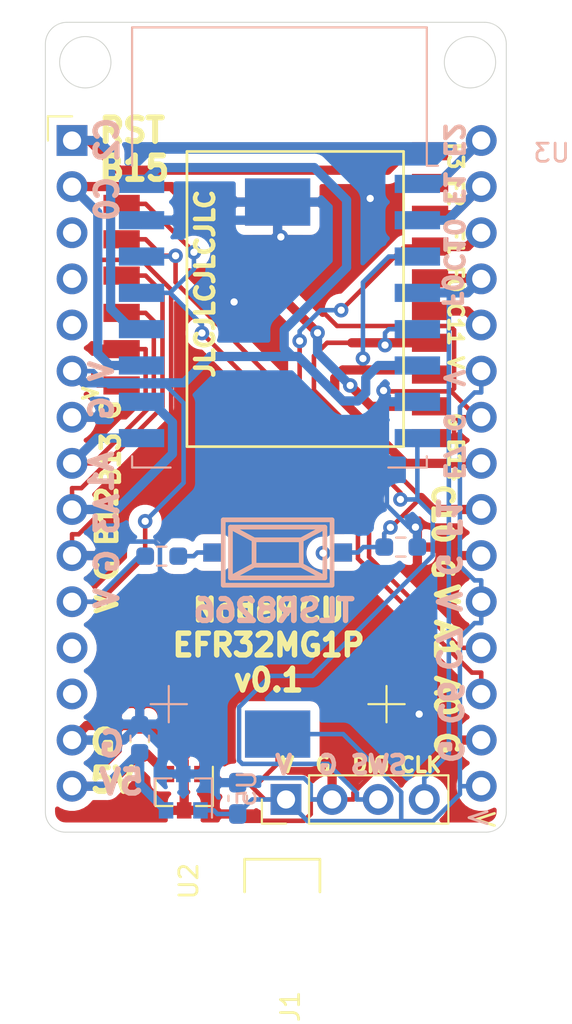
<source format=kicad_pcb>
(kicad_pcb (version 20171130) (host pcbnew 5.1.9-1.fc33)

  (general
    (thickness 1.6)
    (drawings 34)
    (tracks 340)
    (zones 0)
    (modules 18)
    (nets 19)
  )

  (page A4)
  (layers
    (0 F.Cu signal)
    (31 B.Cu signal)
    (32 B.Adhes user)
    (33 F.Adhes user)
    (34 B.Paste user)
    (35 F.Paste user)
    (36 B.SilkS user)
    (37 F.SilkS user)
    (38 B.Mask user)
    (39 F.Mask user)
    (40 Dwgs.User user)
    (41 Cmts.User user)
    (42 Eco1.User user)
    (43 Eco2.User user)
    (44 Edge.Cuts user)
    (45 Margin user)
    (46 B.CrtYd user)
    (47 F.CrtYd user)
    (48 B.Fab user)
    (49 F.Fab user)
  )

  (setup
    (last_trace_width 0.25)
    (user_trace_width 0.254)
    (user_trace_width 0.508)
    (trace_clearance 0.2)
    (zone_clearance 0.508)
    (zone_45_only no)
    (trace_min 0.25)
    (via_size 0.8)
    (via_drill 0.4)
    (via_min_size 0.4)
    (via_min_drill 0.3)
    (uvia_size 0.3)
    (uvia_drill 0.1)
    (uvias_allowed no)
    (uvia_min_size 0.2)
    (uvia_min_drill 0.1)
    (edge_width 0.05)
    (segment_width 0.2)
    (pcb_text_width 0.3)
    (pcb_text_size 1.5 1.5)
    (mod_edge_width 0.12)
    (mod_text_size 1 1)
    (mod_text_width 0.15)
    (pad_size 1.524 1.524)
    (pad_drill 0.762)
    (pad_to_mask_clearance 0)
    (aux_axis_origin 0 0)
    (visible_elements FFFFFF7F)
    (pcbplotparams
      (layerselection 0x010fc_ffffffff)
      (usegerberextensions false)
      (usegerberattributes true)
      (usegerberadvancedattributes true)
      (creategerberjobfile true)
      (excludeedgelayer true)
      (linewidth 0.100000)
      (plotframeref false)
      (viasonmask false)
      (mode 1)
      (useauxorigin false)
      (hpglpennumber 1)
      (hpglpenspeed 20)
      (hpglpendiameter 15.000000)
      (psnegative false)
      (psa4output false)
      (plotreference true)
      (plotvalue true)
      (plotinvisibletext false)
      (padsonsilk false)
      (subtractmaskfromsilk false)
      (outputformat 1)
      (mirror false)
      (drillshape 0)
      (scaleselection 1)
      (outputdirectory "gerber/"))
  )

  (net 0 "")
  (net 1 GND)
  (net 2 5V)
  (net 3 3V3_MCU)
  (net 4 /PC11)
  (net 5 /PF1)
  (net 6 /PF2)
  (net 7 /PC10)
  (net 8 /PB14)
  (net 9 /PA0)
  (net 10 /PA1)
  (net 11 /PF3)
  (net 12 /PF0)
  (net 13 /nRST)
  (net 14 /PB15)
  (net 15 /PB13)
  (net 16 /PB12)
  (net 17 "Net-(R1-Pad1)")
  (net 18 "Net-(R3-Pad1)")

  (net_class Default "This is the default net class."
    (clearance 0.2)
    (trace_width 0.25)
    (via_dia 0.8)
    (via_drill 0.4)
    (uvia_dia 0.3)
    (uvia_drill 0.1)
    (add_net /PA0)
    (add_net /PA1)
    (add_net /PB12)
    (add_net /PB13)
    (add_net /PB14)
    (add_net /PB15)
    (add_net /PC10)
    (add_net /PC11)
    (add_net /PF0)
    (add_net /PF1)
    (add_net /PF2)
    (add_net /PF3)
    (add_net /nRST)
    (add_net 3V3_MCU)
    (add_net 5V)
    (add_net GND)
    (add_net "Net-(R1-Pad1)")
    (add_net "Net-(R3-Pad1)")
  )

  (module Connector_PinHeader_2.54mm:PinHeader_1x04_P2.54mm_Vertical (layer F.Cu) (tedit 59FED5CC) (tstamp 6083A6C5)
    (at 101.46 85 90)
    (descr "Through hole straight pin header, 1x04, 2.54mm pitch, single row")
    (tags "Through hole pin header THT 1x04 2.54mm single row")
    (path /608A3E9A)
    (fp_text reference J1 (at -11.4 0.24 90) (layer F.SilkS)
      (effects (font (size 1 1) (thickness 0.15)))
    )
    (fp_text value Conn_01x04_Male (at 0 9.95 90) (layer F.Fab)
      (effects (font (size 1 1) (thickness 0.15)))
    )
    (fp_line (start -0.635 -1.27) (end 1.27 -1.27) (layer F.Fab) (width 0.1))
    (fp_line (start 1.27 -1.27) (end 1.27 8.89) (layer F.Fab) (width 0.1))
    (fp_line (start 1.27 8.89) (end -1.27 8.89) (layer F.Fab) (width 0.1))
    (fp_line (start -1.27 8.89) (end -1.27 -0.635) (layer F.Fab) (width 0.1))
    (fp_line (start -1.27 -0.635) (end -0.635 -1.27) (layer F.Fab) (width 0.1))
    (fp_line (start -1.33 8.95) (end 1.33 8.95) (layer F.SilkS) (width 0.12))
    (fp_line (start -1.33 1.27) (end -1.33 8.95) (layer F.SilkS) (width 0.12))
    (fp_line (start 1.33 1.27) (end 1.33 8.95) (layer F.SilkS) (width 0.12))
    (fp_line (start -1.33 1.27) (end 1.33 1.27) (layer F.SilkS) (width 0.12))
    (fp_line (start -1.33 0) (end -1.33 -1.33) (layer F.SilkS) (width 0.12))
    (fp_line (start -1.33 -1.33) (end 0 -1.33) (layer F.SilkS) (width 0.12))
    (fp_line (start -1.8 -1.8) (end -1.8 9.4) (layer F.CrtYd) (width 0.05))
    (fp_line (start -1.8 9.4) (end 1.8 9.4) (layer F.CrtYd) (width 0.05))
    (fp_line (start 1.8 9.4) (end 1.8 -1.8) (layer F.CrtYd) (width 0.05))
    (fp_line (start 1.8 -1.8) (end -1.8 -1.8) (layer F.CrtYd) (width 0.05))
    (fp_text user %R (at 0 3.81) (layer F.Fab)
      (effects (font (size 1 1) (thickness 0.15)))
    )
    (pad 4 thru_hole oval (at 0 7.62 90) (size 1.7 1.7) (drill 1) (layers *.Cu *.Mask)
      (net 12 /PF0))
    (pad 3 thru_hole oval (at 0 5.08 90) (size 1.7 1.7) (drill 1) (layers *.Cu *.Mask)
      (net 5 /PF1))
    (pad 2 thru_hole oval (at 0 2.54 90) (size 1.7 1.7) (drill 1) (layers *.Cu *.Mask)
      (net 1 GND))
    (pad 1 thru_hole rect (at 0 0 90) (size 1.7 1.7) (drill 1) (layers *.Cu *.Mask)
      (net 3 3V3_MCU))
    (model ${KISYS3DMOD}/Connector_PinHeader_2.54mm.3dshapes/PinHeader_1x04_P2.54mm_Vertical.wrl
      (at (xyz 0 0 0))
      (scale (xyz 1 1 1))
      (rotate (xyz 0 0 0))
    )
  )

  (module w_switch:smd_push (layer B.Cu) (tedit 0) (tstamp 608394C1)
    (at 101 71.4)
    (descr "SMD Pushbutton")
    (path /60882270)
    (autoplace_cost180 10)
    (fp_text reference SW2 (at 0 2.70002) (layer B.Fab)
      (effects (font (size 1.143 1.27) (thickness 0.1524)) (justify mirror))
    )
    (fp_text value WakeUp (at 0 -2.79908) (layer B.Fab)
      (effects (font (size 1.143 1.27) (thickness 0.1524)) (justify mirror))
    )
    (fp_line (start 1.30048 0.70104) (end 2.60096 1.39954) (layer B.SilkS) (width 0.254))
    (fp_line (start 1.30048 -0.70104) (end 2.60096 -1.39954) (layer B.SilkS) (width 0.254))
    (fp_line (start -1.30048 -0.70104) (end -2.60096 -1.39954) (layer B.SilkS) (width 0.254))
    (fp_line (start -2.60096 1.39954) (end -1.30048 0.70104) (layer B.SilkS) (width 0.254))
    (fp_line (start -2.60096 1.39954) (end 2.60096 1.39954) (layer B.SilkS) (width 0.254))
    (fp_line (start 2.60096 1.39954) (end 2.60096 -1.39954) (layer B.SilkS) (width 0.254))
    (fp_line (start 2.60096 -1.39954) (end -2.60096 -1.39954) (layer B.SilkS) (width 0.254))
    (fp_line (start -2.60096 -1.39954) (end -2.60096 1.39954) (layer B.SilkS) (width 0.254))
    (fp_line (start -1.30048 0.70104) (end 1.30048 0.70104) (layer B.SilkS) (width 0.254))
    (fp_line (start 1.30048 0.70104) (end 1.30048 -0.70104) (layer B.SilkS) (width 0.254))
    (fp_line (start 1.30048 -0.70104) (end -1.30048 -0.70104) (layer B.SilkS) (width 0.254))
    (fp_line (start -1.30048 -0.70104) (end -1.30048 0.70104) (layer B.SilkS) (width 0.254))
    (fp_line (start -2.99974 1.80086) (end 2.99974 1.80086) (layer B.SilkS) (width 0.254))
    (fp_line (start 2.99974 1.80086) (end 2.99974 -1.80086) (layer B.SilkS) (width 0.254))
    (fp_line (start 2.99974 -1.80086) (end -2.99974 -1.80086) (layer B.SilkS) (width 0.254))
    (fp_line (start -2.99974 -1.80086) (end -2.99974 1.80086) (layer B.SilkS) (width 0.254))
    (pad 2 smd rect (at 3.59918 0) (size 1.00076 1.00076) (layers B.Cu B.Paste B.Mask)
      (net 7 /PC10))
    (pad 1 smd rect (at -3.59918 0) (size 1.00076 1.00076) (layers B.Cu B.Paste B.Mask)
      (net 18 "Net-(R3-Pad1)"))
    (model walter/switch/smd_push.wrl
      (at (xyz 0 0 0))
      (scale (xyz 1 1 1))
      (rotate (xyz 0 0 0))
    )
  )

  (module w_switch:smd_push (layer F.Cu) (tedit 0) (tstamp 608394AB)
    (at 101 71.4)
    (descr "SMD Pushbutton")
    (path /608732D6)
    (autoplace_cost180 10)
    (fp_text reference SW1 (at 0 -2.70002) (layer F.Fab)
      (effects (font (size 1.143 1.27) (thickness 0.1524)))
    )
    (fp_text value WakeUp (at 0 2.79908) (layer F.Fab)
      (effects (font (size 1.143 1.27) (thickness 0.1524)))
    )
    (fp_line (start 1.30048 -0.70104) (end 2.60096 -1.39954) (layer F.SilkS) (width 0.254))
    (fp_line (start 1.30048 0.70104) (end 2.60096 1.39954) (layer F.SilkS) (width 0.254))
    (fp_line (start -1.30048 0.70104) (end -2.60096 1.39954) (layer F.SilkS) (width 0.254))
    (fp_line (start -2.60096 -1.39954) (end -1.30048 -0.70104) (layer F.SilkS) (width 0.254))
    (fp_line (start -2.60096 -1.39954) (end 2.60096 -1.39954) (layer F.SilkS) (width 0.254))
    (fp_line (start 2.60096 -1.39954) (end 2.60096 1.39954) (layer F.SilkS) (width 0.254))
    (fp_line (start 2.60096 1.39954) (end -2.60096 1.39954) (layer F.SilkS) (width 0.254))
    (fp_line (start -2.60096 1.39954) (end -2.60096 -1.39954) (layer F.SilkS) (width 0.254))
    (fp_line (start -1.30048 -0.70104) (end 1.30048 -0.70104) (layer F.SilkS) (width 0.254))
    (fp_line (start 1.30048 -0.70104) (end 1.30048 0.70104) (layer F.SilkS) (width 0.254))
    (fp_line (start 1.30048 0.70104) (end -1.30048 0.70104) (layer F.SilkS) (width 0.254))
    (fp_line (start -1.30048 0.70104) (end -1.30048 -0.70104) (layer F.SilkS) (width 0.254))
    (fp_line (start -2.99974 -1.80086) (end 2.99974 -1.80086) (layer F.SilkS) (width 0.254))
    (fp_line (start 2.99974 -1.80086) (end 2.99974 1.80086) (layer F.SilkS) (width 0.254))
    (fp_line (start 2.99974 1.80086) (end -2.99974 1.80086) (layer F.SilkS) (width 0.254))
    (fp_line (start -2.99974 1.80086) (end -2.99974 -1.80086) (layer F.SilkS) (width 0.254))
    (pad 2 smd rect (at 3.59918 0) (size 1.00076 1.00076) (layers F.Cu F.Paste F.Mask)
      (net 7 /PC10))
    (pad 1 smd rect (at -3.59918 0) (size 1.00076 1.00076) (layers F.Cu F.Paste F.Mask)
      (net 17 "Net-(R1-Pad1)"))
    (model walter/switch/smd_push.wrl
      (at (xyz 0 0 0))
      (scale (xyz 1 1 1))
      (rotate (xyz 0 0 0))
    )
  )

  (module Resistor_SMD:R_0603_1608Metric_Pad0.98x0.95mm_HandSolder (layer B.Cu) (tedit 5F68FEEE) (tstamp 6083B64B)
    (at 107.788 71.1)
    (descr "Resistor SMD 0603 (1608 Metric), square (rectangular) end terminal, IPC_7351 nominal with elongated pad for handsoldering. (Body size source: IPC-SM-782 page 72, https://www.pcb-3d.com/wordpress/wp-content/uploads/ipc-sm-782a_amendment_1_and_2.pdf), generated with kicad-footprint-generator")
    (tags "resistor handsolder")
    (path /6088227A)
    (attr smd)
    (fp_text reference R4 (at 0 1.43) (layer B.Fab)
      (effects (font (size 1 1) (thickness 0.15)) (justify mirror))
    )
    (fp_text value 10k (at 0 -1.43) (layer B.Fab)
      (effects (font (size 1 1) (thickness 0.15)) (justify mirror))
    )
    (fp_line (start -0.8 -0.4125) (end -0.8 0.4125) (layer B.Fab) (width 0.1))
    (fp_line (start -0.8 0.4125) (end 0.8 0.4125) (layer B.Fab) (width 0.1))
    (fp_line (start 0.8 0.4125) (end 0.8 -0.4125) (layer B.Fab) (width 0.1))
    (fp_line (start 0.8 -0.4125) (end -0.8 -0.4125) (layer B.Fab) (width 0.1))
    (fp_line (start -0.254724 0.5225) (end 0.254724 0.5225) (layer B.SilkS) (width 0.12))
    (fp_line (start -0.254724 -0.5225) (end 0.254724 -0.5225) (layer B.SilkS) (width 0.12))
    (fp_line (start -1.65 -0.73) (end -1.65 0.73) (layer B.CrtYd) (width 0.05))
    (fp_line (start -1.65 0.73) (end 1.65 0.73) (layer B.CrtYd) (width 0.05))
    (fp_line (start 1.65 0.73) (end 1.65 -0.73) (layer B.CrtYd) (width 0.05))
    (fp_line (start 1.65 -0.73) (end -1.65 -0.73) (layer B.CrtYd) (width 0.05))
    (fp_text user %R (at 0 0) (layer B.Fab)
      (effects (font (size 0.4 0.4) (thickness 0.06)) (justify mirror))
    )
    (pad 2 smd roundrect (at 0.9125 0) (size 0.975 0.95) (layers B.Cu B.Paste B.Mask) (roundrect_rratio 0.25)
      (net 1 GND))
    (pad 1 smd roundrect (at -0.9125 0) (size 0.975 0.95) (layers B.Cu B.Paste B.Mask) (roundrect_rratio 0.25)
      (net 7 /PC10))
    (model ${KISYS3DMOD}/Resistor_SMD.3dshapes/R_0603_1608Metric.wrl
      (at (xyz 0 0 0))
      (scale (xyz 1 1 1))
      (rotate (xyz 0 0 0))
    )
  )

  (module Resistor_SMD:R_0603_1608Metric_Pad0.98x0.95mm_HandSolder (layer B.Cu) (tedit 5F68FEEE) (tstamp 6083B5C7)
    (at 94.6125 71.6 180)
    (descr "Resistor SMD 0603 (1608 Metric), square (rectangular) end terminal, IPC_7351 nominal with elongated pad for handsoldering. (Body size source: IPC-SM-782 page 72, https://www.pcb-3d.com/wordpress/wp-content/uploads/ipc-sm-782a_amendment_1_and_2.pdf), generated with kicad-footprint-generator")
    (tags "resistor handsolder")
    (path /60882120)
    (attr smd)
    (fp_text reference R3 (at 0 1.43) (layer B.Fab)
      (effects (font (size 1 1) (thickness 0.15)) (justify mirror))
    )
    (fp_text value 10k (at 0 -1.43) (layer B.Fab)
      (effects (font (size 1 1) (thickness 0.15)) (justify mirror))
    )
    (fp_line (start -0.8 -0.4125) (end -0.8 0.4125) (layer B.Fab) (width 0.1))
    (fp_line (start -0.8 0.4125) (end 0.8 0.4125) (layer B.Fab) (width 0.1))
    (fp_line (start 0.8 0.4125) (end 0.8 -0.4125) (layer B.Fab) (width 0.1))
    (fp_line (start 0.8 -0.4125) (end -0.8 -0.4125) (layer B.Fab) (width 0.1))
    (fp_line (start -0.254724 0.5225) (end 0.254724 0.5225) (layer B.SilkS) (width 0.12))
    (fp_line (start -0.254724 -0.5225) (end 0.254724 -0.5225) (layer B.SilkS) (width 0.12))
    (fp_line (start -1.65 -0.73) (end -1.65 0.73) (layer B.CrtYd) (width 0.05))
    (fp_line (start -1.65 0.73) (end 1.65 0.73) (layer B.CrtYd) (width 0.05))
    (fp_line (start 1.65 0.73) (end 1.65 -0.73) (layer B.CrtYd) (width 0.05))
    (fp_line (start 1.65 -0.73) (end -1.65 -0.73) (layer B.CrtYd) (width 0.05))
    (fp_text user %R (at 0 0) (layer B.Fab)
      (effects (font (size 0.4 0.4) (thickness 0.06)) (justify mirror))
    )
    (pad 2 smd roundrect (at 0.9125 0 180) (size 0.975 0.95) (layers B.Cu B.Paste B.Mask) (roundrect_rratio 0.25)
      (net 3 3V3_MCU))
    (pad 1 smd roundrect (at -0.9125 0 180) (size 0.975 0.95) (layers B.Cu B.Paste B.Mask) (roundrect_rratio 0.25)
      (net 18 "Net-(R3-Pad1)"))
    (model ${KISYS3DMOD}/Resistor_SMD.3dshapes/R_0603_1608Metric.wrl
      (at (xyz 0 0 0))
      (scale (xyz 1 1 1))
      (rotate (xyz 0 0 0))
    )
  )

  (module Resistor_SMD:R_0603_1608Metric_Pad0.98x0.95mm_HandSolder (layer F.Cu) (tedit 5F68FEEE) (tstamp 60839473)
    (at 107.788 71.1)
    (descr "Resistor SMD 0603 (1608 Metric), square (rectangular) end terminal, IPC_7351 nominal with elongated pad for handsoldering. (Body size source: IPC-SM-782 page 72, https://www.pcb-3d.com/wordpress/wp-content/uploads/ipc-sm-782a_amendment_1_and_2.pdf), generated with kicad-footprint-generator")
    (tags "resistor handsolder")
    (path /608786EB)
    (attr smd)
    (fp_text reference R2 (at 0 -1.43) (layer F.Fab)
      (effects (font (size 1 1) (thickness 0.15)))
    )
    (fp_text value 10k (at 0 1.43) (layer F.Fab)
      (effects (font (size 1 1) (thickness 0.15)))
    )
    (fp_line (start -0.8 0.4125) (end -0.8 -0.4125) (layer F.Fab) (width 0.1))
    (fp_line (start -0.8 -0.4125) (end 0.8 -0.4125) (layer F.Fab) (width 0.1))
    (fp_line (start 0.8 -0.4125) (end 0.8 0.4125) (layer F.Fab) (width 0.1))
    (fp_line (start 0.8 0.4125) (end -0.8 0.4125) (layer F.Fab) (width 0.1))
    (fp_line (start -0.254724 -0.5225) (end 0.254724 -0.5225) (layer F.SilkS) (width 0.12))
    (fp_line (start -0.254724 0.5225) (end 0.254724 0.5225) (layer F.SilkS) (width 0.12))
    (fp_line (start -1.65 0.73) (end -1.65 -0.73) (layer F.CrtYd) (width 0.05))
    (fp_line (start -1.65 -0.73) (end 1.65 -0.73) (layer F.CrtYd) (width 0.05))
    (fp_line (start 1.65 -0.73) (end 1.65 0.73) (layer F.CrtYd) (width 0.05))
    (fp_line (start 1.65 0.73) (end -1.65 0.73) (layer F.CrtYd) (width 0.05))
    (fp_text user %R (at 0 0) (layer F.Fab)
      (effects (font (size 0.4 0.4) (thickness 0.06)))
    )
    (pad 2 smd roundrect (at 0.9125 0) (size 0.975 0.95) (layers F.Cu F.Paste F.Mask) (roundrect_rratio 0.25)
      (net 1 GND))
    (pad 1 smd roundrect (at -0.9125 0) (size 0.975 0.95) (layers F.Cu F.Paste F.Mask) (roundrect_rratio 0.25)
      (net 7 /PC10))
    (model ${KISYS3DMOD}/Resistor_SMD.3dshapes/R_0603_1608Metric.wrl
      (at (xyz 0 0 0))
      (scale (xyz 1 1 1))
      (rotate (xyz 0 0 0))
    )
  )

  (module Resistor_SMD:R_0603_1608Metric_Pad0.98x0.95mm_HandSolder (layer F.Cu) (tedit 5F68FEEE) (tstamp 60839462)
    (at 94.6125 71.6 180)
    (descr "Resistor SMD 0603 (1608 Metric), square (rectangular) end terminal, IPC_7351 nominal with elongated pad for handsoldering. (Body size source: IPC-SM-782 page 72, https://www.pcb-3d.com/wordpress/wp-content/uploads/ipc-sm-782a_amendment_1_and_2.pdf), generated with kicad-footprint-generator")
    (tags "resistor handsolder")
    (path /60872813)
    (attr smd)
    (fp_text reference R1 (at 0 -1.43) (layer F.Fab)
      (effects (font (size 1 1) (thickness 0.15)))
    )
    (fp_text value 10k (at 0 1.43) (layer F.Fab)
      (effects (font (size 1 1) (thickness 0.15)))
    )
    (fp_line (start -0.8 0.4125) (end -0.8 -0.4125) (layer F.Fab) (width 0.1))
    (fp_line (start -0.8 -0.4125) (end 0.8 -0.4125) (layer F.Fab) (width 0.1))
    (fp_line (start 0.8 -0.4125) (end 0.8 0.4125) (layer F.Fab) (width 0.1))
    (fp_line (start 0.8 0.4125) (end -0.8 0.4125) (layer F.Fab) (width 0.1))
    (fp_line (start -0.254724 -0.5225) (end 0.254724 -0.5225) (layer F.SilkS) (width 0.12))
    (fp_line (start -0.254724 0.5225) (end 0.254724 0.5225) (layer F.SilkS) (width 0.12))
    (fp_line (start -1.65 0.73) (end -1.65 -0.73) (layer F.CrtYd) (width 0.05))
    (fp_line (start -1.65 -0.73) (end 1.65 -0.73) (layer F.CrtYd) (width 0.05))
    (fp_line (start 1.65 -0.73) (end 1.65 0.73) (layer F.CrtYd) (width 0.05))
    (fp_line (start 1.65 0.73) (end -1.65 0.73) (layer F.CrtYd) (width 0.05))
    (fp_text user %R (at 0 0) (layer F.Fab)
      (effects (font (size 0.4 0.4) (thickness 0.06)))
    )
    (pad 2 smd roundrect (at 0.9125 0 180) (size 0.975 0.95) (layers F.Cu F.Paste F.Mask) (roundrect_rratio 0.25)
      (net 3 3V3_MCU))
    (pad 1 smd roundrect (at -0.9125 0 180) (size 0.975 0.95) (layers F.Cu F.Paste F.Mask) (roundrect_rratio 0.25)
      (net 17 "Net-(R1-Pad1)"))
    (model ${KISYS3DMOD}/Resistor_SMD.3dshapes/R_0603_1608Metric.wrl
      (at (xyz 0 0 0))
      (scale (xyz 1 1 1))
      (rotate (xyz 0 0 0))
    )
  )

  (module Package_TO_SOT_SMD:SOT-23 (layer B.Cu) (tedit 5A02FF57) (tstamp 6083ACAB)
    (at 95.8 84.6 90)
    (descr "SOT-23, Standard")
    (tags SOT-23)
    (path /6084AB9A)
    (attr smd)
    (fp_text reference U5 (at 0.2 3.5 90) (layer B.SilkS)
      (effects (font (size 1 1) (thickness 0.15)) (justify mirror))
    )
    (fp_text value LM3480-3.3 (at 0 -2.5 90) (layer B.Fab)
      (effects (font (size 1 1) (thickness 0.15)) (justify mirror))
    )
    (fp_line (start -0.7 0.95) (end -0.7 -1.5) (layer B.Fab) (width 0.1))
    (fp_line (start -0.15 1.52) (end 0.7 1.52) (layer B.Fab) (width 0.1))
    (fp_line (start -0.7 0.95) (end -0.15 1.52) (layer B.Fab) (width 0.1))
    (fp_line (start 0.7 1.52) (end 0.7 -1.52) (layer B.Fab) (width 0.1))
    (fp_line (start -0.7 -1.52) (end 0.7 -1.52) (layer B.Fab) (width 0.1))
    (fp_line (start 0.76 -1.58) (end 0.76 -0.65) (layer B.SilkS) (width 0.12))
    (fp_line (start 0.76 1.58) (end 0.76 0.65) (layer B.SilkS) (width 0.12))
    (fp_line (start -1.7 1.75) (end 1.7 1.75) (layer B.CrtYd) (width 0.05))
    (fp_line (start 1.7 1.75) (end 1.7 -1.75) (layer B.CrtYd) (width 0.05))
    (fp_line (start 1.7 -1.75) (end -1.7 -1.75) (layer B.CrtYd) (width 0.05))
    (fp_line (start -1.7 -1.75) (end -1.7 1.75) (layer B.CrtYd) (width 0.05))
    (fp_line (start 0.76 1.58) (end -1.4 1.58) (layer B.SilkS) (width 0.12))
    (fp_line (start 0.76 -1.58) (end -0.7 -1.58) (layer B.SilkS) (width 0.12))
    (fp_text user %R (at 0 0 180) (layer B.Fab)
      (effects (font (size 0.5 0.5) (thickness 0.075)) (justify mirror))
    )
    (pad 3 smd rect (at 1 0 90) (size 0.9 0.8) (layers B.Cu B.Paste B.Mask)
      (net 1 GND))
    (pad 2 smd rect (at -1 -0.95 90) (size 0.9 0.8) (layers B.Cu B.Paste B.Mask)
      (net 2 5V))
    (pad 1 smd rect (at -1 0.95 90) (size 0.9 0.8) (layers B.Cu B.Paste B.Mask)
      (net 3 3V3_MCU))
    (model ${KISYS3DMOD}/Package_TO_SOT_SMD.3dshapes/SOT-23.wrl
      (at (xyz 0 0 0))
      (scale (xyz 1 1 1))
      (rotate (xyz 0 0 0))
    )
  )

  (module Capacitor_SMD:C_0603_1608Metric_Pad1.08x0.95mm_HandSolder (layer B.Cu) (tedit 5F68FEEF) (tstamp 60837730)
    (at 98.8 84.9375 90)
    (descr "Capacitor SMD 0603 (1608 Metric), square (rectangular) end terminal, IPC_7351 nominal with elongated pad for handsoldering. (Body size source: IPC-SM-782 page 76, https://www.pcb-3d.com/wordpress/wp-content/uploads/ipc-sm-782a_amendment_1_and_2.pdf), generated with kicad-footprint-generator")
    (tags "capacitor handsolder")
    (path /6084AB77)
    (attr smd)
    (fp_text reference C3 (at 0 1.43 90) (layer B.Fab)
      (effects (font (size 1 1) (thickness 0.15)) (justify mirror))
    )
    (fp_text value 1uF (at 0 -1.43 90) (layer B.Fab)
      (effects (font (size 1 1) (thickness 0.15)) (justify mirror))
    )
    (fp_line (start -0.8 -0.4) (end -0.8 0.4) (layer B.Fab) (width 0.1))
    (fp_line (start -0.8 0.4) (end 0.8 0.4) (layer B.Fab) (width 0.1))
    (fp_line (start 0.8 0.4) (end 0.8 -0.4) (layer B.Fab) (width 0.1))
    (fp_line (start 0.8 -0.4) (end -0.8 -0.4) (layer B.Fab) (width 0.1))
    (fp_line (start -0.146267 0.51) (end 0.146267 0.51) (layer B.SilkS) (width 0.12))
    (fp_line (start -0.146267 -0.51) (end 0.146267 -0.51) (layer B.SilkS) (width 0.12))
    (fp_line (start -1.65 -0.73) (end -1.65 0.73) (layer B.CrtYd) (width 0.05))
    (fp_line (start -1.65 0.73) (end 1.65 0.73) (layer B.CrtYd) (width 0.05))
    (fp_line (start 1.65 0.73) (end 1.65 -0.73) (layer B.CrtYd) (width 0.05))
    (fp_line (start 1.65 -0.73) (end -1.65 -0.73) (layer B.CrtYd) (width 0.05))
    (fp_text user %R (at 0 0 90) (layer B.Fab)
      (effects (font (size 0.4 0.4) (thickness 0.06)) (justify mirror))
    )
    (pad 2 smd roundrect (at 0.8625 0 90) (size 1.075 0.95) (layers B.Cu B.Paste B.Mask) (roundrect_rratio 0.25)
      (net 1 GND))
    (pad 1 smd roundrect (at -0.8625 0 90) (size 1.075 0.95) (layers B.Cu B.Paste B.Mask) (roundrect_rratio 0.25)
      (net 3 3V3_MCU))
    (model ${KISYS3DMOD}/Capacitor_SMD.3dshapes/C_0603_1608Metric.wrl
      (at (xyz 0 0 0))
      (scale (xyz 1 1 1))
      (rotate (xyz 0 0 0))
    )
  )

  (module Capacitor_SMD:C_0603_1608Metric (layer B.Cu) (tedit 5F68FEEE) (tstamp 6083771F)
    (at 93.4 81.625 90)
    (descr "Capacitor SMD 0603 (1608 Metric), square (rectangular) end terminal, IPC_7351 nominal, (Body size source: IPC-SM-782 page 76, https://www.pcb-3d.com/wordpress/wp-content/uploads/ipc-sm-782a_amendment_1_and_2.pdf), generated with kicad-footprint-generator")
    (tags capacitor)
    (path /6084AA57)
    (attr smd)
    (fp_text reference C2 (at 0 1.43 90) (layer B.Fab)
      (effects (font (size 1 1) (thickness 0.15)) (justify mirror))
    )
    (fp_text value 1uF (at 0 -1.43 90) (layer B.Fab)
      (effects (font (size 1 1) (thickness 0.15)) (justify mirror))
    )
    (fp_line (start -0.8 -0.4) (end -0.8 0.4) (layer B.Fab) (width 0.1))
    (fp_line (start -0.8 0.4) (end 0.8 0.4) (layer B.Fab) (width 0.1))
    (fp_line (start 0.8 0.4) (end 0.8 -0.4) (layer B.Fab) (width 0.1))
    (fp_line (start 0.8 -0.4) (end -0.8 -0.4) (layer B.Fab) (width 0.1))
    (fp_line (start -0.14058 0.51) (end 0.14058 0.51) (layer B.SilkS) (width 0.12))
    (fp_line (start -0.14058 -0.51) (end 0.14058 -0.51) (layer B.SilkS) (width 0.12))
    (fp_line (start -1.48 -0.73) (end -1.48 0.73) (layer B.CrtYd) (width 0.05))
    (fp_line (start -1.48 0.73) (end 1.48 0.73) (layer B.CrtYd) (width 0.05))
    (fp_line (start 1.48 0.73) (end 1.48 -0.73) (layer B.CrtYd) (width 0.05))
    (fp_line (start 1.48 -0.73) (end -1.48 -0.73) (layer B.CrtYd) (width 0.05))
    (fp_text user %R (at 0 0 90) (layer B.Fab)
      (effects (font (size 0.4 0.4) (thickness 0.06)) (justify mirror))
    )
    (pad 2 smd roundrect (at 0.775 0 90) (size 0.9 0.95) (layers B.Cu B.Paste B.Mask) (roundrect_rratio 0.25)
      (net 1 GND))
    (pad 1 smd roundrect (at -0.775 0 90) (size 0.9 0.95) (layers B.Cu B.Paste B.Mask) (roundrect_rratio 0.25)
      (net 2 5V))
    (model ${KISYS3DMOD}/Capacitor_SMD.3dshapes/C_0603_1608Metric.wrl
      (at (xyz 0 0 0))
      (scale (xyz 1 1 1))
      (rotate (xyz 0 0 0))
    )
  )

  (module Battery:BatteryHolder_Keystone_1060_1x2032 (layer F.Cu) (tedit 6082ECB2) (tstamp 6082ED97)
    (at 101 66.75 90)
    (descr http://www.keyelco.com/product-pdf.cfm?p=726)
    (tags "CR2032 BR2032 BatteryHolder Battery")
    (path /608352EF)
    (attr smd)
    (fp_text reference BT2 (at -13.65 -4.9 90) (layer F.Fab)
      (effects (font (size 1 1) (thickness 0.15)))
    )
    (fp_text value Battery_Cell (at 0 -11.75 90) (layer F.Fab)
      (effects (font (size 1 1) (thickness 0.15)))
    )
    (fp_line (start -12 6) (end -14 6) (layer F.SilkS) (width 0.12))
    (fp_line (start -13 5) (end -13 7) (layer F.SilkS) (width 0.12))
    (fp_line (start 11.5 -8.5) (end 6.5 -8.5) (layer F.CrtYd) (width 0.05))
    (fp_line (start 11.5 4) (end 11.5 8.5) (layer F.CrtYd) (width 0.05))
    (fp_line (start 14.7 4) (end 11.5 4) (layer F.CrtYd) (width 0.05))
    (fp_line (start 14.7 2.3) (end 14.7 4) (layer F.CrtYd) (width 0.05))
    (fp_line (start 16.45 2.3) (end 14.7 2.3) (layer F.CrtYd) (width 0.05))
    (fp_line (start 16.45 -2.3) (end 16.45 2.3) (layer F.CrtYd) (width 0.05))
    (fp_line (start 14.7 -2.3) (end 16.45 -2.3) (layer F.CrtYd) (width 0.05))
    (fp_line (start 14.7 -4) (end 14.7 -2.3) (layer F.CrtYd) (width 0.05))
    (fp_line (start 11.5 -4) (end 14.7 -4) (layer F.CrtYd) (width 0.05))
    (fp_line (start 11.5 -8.5) (end 11.5 -4) (layer F.CrtYd) (width 0.05))
    (fp_line (start -11.5 -8.5) (end -6.5 -8.5) (layer F.CrtYd) (width 0.05))
    (fp_line (start -11.5 -4) (end -11.5 -8.5) (layer F.CrtYd) (width 0.05))
    (fp_line (start -14.7 -4) (end -11.5 -4) (layer F.CrtYd) (width 0.05))
    (fp_line (start -14.7 -2.3) (end -14.7 -4) (layer F.CrtYd) (width 0.05))
    (fp_line (start -14.7 -2.3) (end -16.45 -2.3) (layer F.CrtYd) (width 0.05))
    (fp_line (start -16.45 2.3) (end -16.45 -2.3) (layer F.CrtYd) (width 0.05))
    (fp_line (start -14.7 2.3) (end -16.45 2.3) (layer F.CrtYd) (width 0.05))
    (fp_line (start -14.7 4) (end -14.7 2.3) (layer F.CrtYd) (width 0.05))
    (fp_line (start -14.7 4) (end -11.5 4) (layer F.CrtYd) (width 0.05))
    (fp_line (start -11.5 4) (end -11.5 8.5) (layer F.CrtYd) (width 0.05))
    (fp_line (start -6.5 8.5) (end -11.5 8.5) (layer F.CrtYd) (width 0.05))
    (fp_line (start 11.5 8.5) (end 6.5 8.5) (layer F.CrtYd) (width 0.05))
    (fp_line (start -9.4 8) (end -11 6.4) (layer F.Fab) (width 0.1))
    (fp_line (start 14.2 -3.5) (end 11 -3.5) (layer F.Fab) (width 0.1))
    (fp_line (start 14.2 3.5) (end 14.2 -3.5) (layer F.Fab) (width 0.1))
    (fp_line (start 11 3.5) (end 14.2 3.5) (layer F.Fab) (width 0.1))
    (fp_line (start -14.2 -3.5) (end -11 -3.5) (layer F.Fab) (width 0.1))
    (fp_line (start -14.2 3.5) (end -14.2 -3.5) (layer F.Fab) (width 0.1))
    (fp_line (start -11 3.5) (end -14.2 3.5) (layer F.Fab) (width 0.1))
    (fp_line (start -11 6.4) (end -11 3.5) (layer F.Fab) (width 0.1))
    (fp_line (start -11 -8) (end -11 -3.5) (layer F.Fab) (width 0.1))
    (fp_line (start 11 -8) (end 11 -3.5) (layer F.Fab) (width 0.1))
    (fp_line (start 11 8) (end 11 3.5) (layer F.Fab) (width 0.1))
    (fp_line (start 11 -8) (end -11 -8) (layer F.Fab) (width 0.1))
    (fp_line (start 11 8) (end -9.4 8) (layer F.Fab) (width 0.1))
    (fp_circle (center 0 0) (end -10.2 0) (layer Dwgs.User) (width 0.3))
    (fp_text user %R (at 0 0 90) (layer F.Fab)
      (effects (font (size 1 1) (thickness 0.15)))
    )
    (fp_arc (start 0 0) (end 6.5 -8.5) (angle -74.81070976) (layer F.CrtYd) (width 0.05))
    (fp_arc (start 0 0) (end -6.5 8.5) (angle -74.81070976) (layer F.CrtYd) (width 0.05))
    (pad 1 smd rect (at -14.65 0 270) (size 2.6 3.6) (layers F.Cu F.Paste F.Mask)
      (net 3 3V3_MCU))
    (pad 2 smd rect (at 14.65 0 270) (size 2.6 3.6) (layers F.Cu F.Paste F.Mask)
      (net 1 GND))
    (model ${KISYS3DMOD}/Battery.3dshapes/BatteryHolder_Keystone_1060_1x2032.wrl
      (at (xyz 0 0 0))
      (scale (xyz 1 1 1))
      (rotate (xyz 0 0 0))
    )
  )

  (module Battery:BatteryHolder_Keystone_1060_1x2032 (layer B.Cu) (tedit 6082EC58) (tstamp 6082ED59)
    (at 101 66.75 90)
    (descr http://www.keyelco.com/product-pdf.cfm?p=726)
    (tags "CR2032 BR2032 BatteryHolder Battery")
    (path /60831B78)
    (attr smd)
    (fp_text reference BT1 (at -14.125 5.3 270) (layer B.Fab)
      (effects (font (size 1 1) (thickness 0.15)) (justify mirror))
    )
    (fp_text value Battery_Cell (at 0 11.75 270) (layer B.Fab)
      (effects (font (size 1 1) (thickness 0.15)) (justify mirror))
    )
    (fp_line (start -12 -6) (end -14 -6) (layer B.SilkS) (width 0.12))
    (fp_line (start -13 -5) (end -13 -7) (layer B.SilkS) (width 0.12))
    (fp_line (start 11.5 8.5) (end 6.5 8.5) (layer B.CrtYd) (width 0.05))
    (fp_line (start 11.5 -4) (end 11.5 -8.5) (layer B.CrtYd) (width 0.05))
    (fp_line (start 14.7 -4) (end 11.5 -4) (layer B.CrtYd) (width 0.05))
    (fp_line (start 14.7 -2.3) (end 14.7 -4) (layer B.CrtYd) (width 0.05))
    (fp_line (start 16.45 -2.3) (end 14.7 -2.3) (layer B.CrtYd) (width 0.05))
    (fp_line (start 16.45 2.3) (end 16.45 -2.3) (layer B.CrtYd) (width 0.05))
    (fp_line (start 14.7 2.3) (end 16.45 2.3) (layer B.CrtYd) (width 0.05))
    (fp_line (start 14.7 4) (end 14.7 2.3) (layer B.CrtYd) (width 0.05))
    (fp_line (start 11.5 4) (end 14.7 4) (layer B.CrtYd) (width 0.05))
    (fp_line (start 11.5 8.5) (end 11.5 4) (layer B.CrtYd) (width 0.05))
    (fp_line (start -11.5 8.5) (end -6.5 8.5) (layer B.CrtYd) (width 0.05))
    (fp_line (start -11.5 4) (end -11.5 8.5) (layer B.CrtYd) (width 0.05))
    (fp_line (start -14.7 4) (end -11.5 4) (layer B.CrtYd) (width 0.05))
    (fp_line (start -14.7 2.3) (end -14.7 4) (layer B.CrtYd) (width 0.05))
    (fp_line (start -14.7 2.3) (end -16.45 2.3) (layer B.CrtYd) (width 0.05))
    (fp_line (start -16.45 -2.3) (end -16.45 2.3) (layer B.CrtYd) (width 0.05))
    (fp_line (start -14.7 -2.3) (end -16.45 -2.3) (layer B.CrtYd) (width 0.05))
    (fp_line (start -14.7 -4) (end -14.7 -2.3) (layer B.CrtYd) (width 0.05))
    (fp_line (start -14.7 -4) (end -11.5 -4) (layer B.CrtYd) (width 0.05))
    (fp_line (start -11.5 -4) (end -11.5 -8.5) (layer B.CrtYd) (width 0.05))
    (fp_line (start -6.5 -8.5) (end -11.5 -8.5) (layer B.CrtYd) (width 0.05))
    (fp_line (start 11.5 -8.5) (end 6.5 -8.5) (layer B.CrtYd) (width 0.05))
    (fp_line (start -9.4 -8) (end -11 -6.4) (layer B.Fab) (width 0.1))
    (fp_line (start 14.2 3.5) (end 11 3.5) (layer B.Fab) (width 0.1))
    (fp_line (start 14.2 -3.5) (end 14.2 3.5) (layer B.Fab) (width 0.1))
    (fp_line (start 11 -3.5) (end 14.2 -3.5) (layer B.Fab) (width 0.1))
    (fp_line (start -14.2 3.5) (end -11 3.5) (layer B.Fab) (width 0.1))
    (fp_line (start -14.2 -3.5) (end -14.2 3.5) (layer B.Fab) (width 0.1))
    (fp_line (start -11 -3.5) (end -14.2 -3.5) (layer B.Fab) (width 0.1))
    (fp_line (start -11 -6.4) (end -11 -3.5) (layer B.Fab) (width 0.1))
    (fp_line (start -11 8) (end -11 3.5) (layer B.Fab) (width 0.1))
    (fp_line (start 11 8) (end 11 3.5) (layer B.Fab) (width 0.1))
    (fp_line (start 11 -8) (end 11 -3.5) (layer B.Fab) (width 0.1))
    (fp_line (start 11 8) (end -11 8) (layer B.Fab) (width 0.1))
    (fp_line (start 11 -8) (end -9.4 -8) (layer B.Fab) (width 0.1))
    (fp_circle (center 0 0) (end -10.2 0) (layer Dwgs.User) (width 0.3))
    (fp_text user %R (at 0 0 270) (layer B.Fab)
      (effects (font (size 1 1) (thickness 0.15)) (justify mirror))
    )
    (fp_arc (start 0 0) (end 6.5 8.5) (angle 74.81070976) (layer B.CrtYd) (width 0.05))
    (fp_arc (start 0 0) (end -6.5 -8.5) (angle 74.81070976) (layer B.CrtYd) (width 0.05))
    (pad 1 smd rect (at -14.65 0 270) (size 2.6 3.6) (layers B.Cu B.Paste B.Mask)
      (net 3 3V3_MCU))
    (pad 2 smd rect (at 14.65 0 270) (size 2.6 3.6) (layers B.Cu B.Paste B.Mask)
      (net 1 GND))
    (model ${KISYS3DMOD}/Battery.3dshapes/BatteryHolder_Keystone_1060_1x2032.wrl
      (at (xyz 0 0 0))
      (scale (xyz 1 1 1))
      (rotate (xyz 0 0 0))
    )
  )

  (module IKEA:TRADFRI_PCB2.0 (layer F.Cu) (tedit 6082E88C) (tstamp 60833E1A)
    (at 105.4 42.2)
    (path /6083BAA8)
    (fp_text reference U4 (at -7.112 22.606 180) (layer Dwgs.User)
      (effects (font (size 1 1) (thickness 0.15)))
    )
    (fp_text value TRADFRI (at -6.604 2.032 180) (layer F.Fab)
      (effects (font (size 1 1) (thickness 0.15)))
    )
    (fp_line (start -9.398 7.112) (end 2.54 7.112) (layer F.SilkS) (width 0.15))
    (fp_line (start -9.398 23.368) (end -9.398 7.112) (layer F.SilkS) (width 0.15))
    (fp_line (start 2.54 23.368) (end -9.398 23.368) (layer F.SilkS) (width 0.15))
    (fp_line (start 2.54 7.112) (end 2.54 23.368) (layer F.SilkS) (width 0.15))
    (fp_line (start 0 0) (end 0 6) (layer F.CrtYd) (width 0.1))
    (fp_line (start -10 9) (end -10 4) (layer F.CrtYd) (width 0.1))
    (fp_line (start -13 21) (end -13 9) (layer F.CrtYd) (width 0.1))
    (fp_line (start -10 4) (end -14 4) (layer F.CrtYd) (width 0.1))
    (fp_line (start -14 0) (end 0 0) (layer F.CrtYd) (width 0.1))
    (fp_line (start -14 4) (end -14 0) (layer F.CrtYd) (width 0.1))
    (fp_line (start 4 24) (end -10 24) (layer F.CrtYd) (width 0.1))
    (fp_line (start 0 6) (end 4 6) (layer F.CrtYd) (width 0.1))
    (fp_line (start -10 21) (end -13 21) (layer F.CrtYd) (width 0.1))
    (fp_line (start -13 9) (end -10 9) (layer F.CrtYd) (width 0.1))
    (fp_line (start -10 24) (end -10 21) (layer F.CrtYd) (width 0.1))
    (fp_line (start 4 6) (end 4 24) (layer F.CrtYd) (width 0.1))
    (pad 16 smd rect (at 4 7.1) (size 2 1) (layers F.Cu F.Paste F.Mask)
      (net 13 /nRST))
    (pad 15 smd rect (at 4 8.85) (size 2 1) (layers F.Cu F.Paste F.Mask)
      (net 11 /PF3))
    (pad 14 smd rect (at 4 10.6) (size 2 1) (layers F.Cu F.Paste F.Mask)
      (net 6 /PF2))
    (pad 13 smd rect (at 4 12.35) (size 2 1) (layers F.Cu F.Paste F.Mask)
      (net 5 /PF1))
    (pad 12 smd rect (at 4 14.1) (size 2 1) (layers F.Cu F.Paste F.Mask)
      (net 12 /PF0))
    (pad 11 smd rect (at 4 15.9) (size 2 1) (layers F.Cu F.Paste F.Mask)
      (net 4 /PC11))
    (pad 10 smd rect (at 4 17.65) (size 2 1) (layers F.Cu F.Paste F.Mask)
      (net 7 /PC10))
    (pad 9 smd rect (at 4 19.4) (size 2 1) (layers F.Cu F.Paste F.Mask)
      (net 8 /PB14))
    (pad 8 smd rect (at 4 21.15) (size 2 1) (layers F.Cu F.Paste F.Mask)
      (net 14 /PB15))
    (pad 7 smd rect (at 4 22.9) (size 2 1) (layers F.Cu F.Paste F.Mask)
      (net 1 GND))
    (pad 6 smd rect (at -13 20) (size 2 1) (layers F.Cu F.Paste F.Mask)
      (net 3 3V3_MCU))
    (pad 5 smd rect (at -13 18) (size 2 1) (layers F.Cu F.Paste F.Mask)
      (net 1 GND))
    (pad 4 smd rect (at -13 16.004) (size 2 1) (layers F.Cu F.Paste F.Mask)
      (net 15 /PB13))
    (pad 3 smd rect (at -13 13.95) (size 2 1) (layers F.Cu F.Paste F.Mask)
      (net 16 /PB12))
    (pad 2 smd rect (at -13 11.95) (size 2 1) (layers F.Cu F.Paste F.Mask)
      (net 10 /PA1))
    (pad 1 smd rect (at -13 10) (size 2 1) (layers F.Cu F.Paste F.Mask)
      (net 9 /PA0))
  )

  (module zsun-symbols:ESP-12E-16pin (layer B.Cu) (tedit 6082D838) (tstamp 60833A2A)
    (at 101.1 54.6 180)
    (descr "Wi-Fi Module, http://wiki.ai-thinker.com/_media/esp8266/docs/aithinker_esp_12f_datasheet_en.pdf")
    (tags "Wi-Fi Module")
    (path /608587F9)
    (attr smd)
    (fp_text reference U3 (at -15 5.2) (layer B.SilkS)
      (effects (font (size 1 1) (thickness 0.15)) (justify mirror))
    )
    (fp_text value TLSR8266-LE_BLE_8266_A1 (at -0.06 12.78) (layer B.Fab)
      (effects (font (size 1 1) (thickness 0.15)) (justify mirror))
    )
    (fp_line (start 5.56 4.8) (end 8.12 7.36) (layer Dwgs.User) (width 0.12))
    (fp_line (start 2.56 4.8) (end 8.12 10.36) (layer Dwgs.User) (width 0.12))
    (fp_line (start -0.44 4.8) (end 6.88 12.12) (layer Dwgs.User) (width 0.12))
    (fp_line (start -3.44 4.8) (end 3.88 12.12) (layer Dwgs.User) (width 0.12))
    (fp_line (start -6.44 4.8) (end 0.88 12.12) (layer Dwgs.User) (width 0.12))
    (fp_line (start -8.12 6.12) (end -2.12 12.12) (layer Dwgs.User) (width 0.12))
    (fp_line (start -8.12 9.12) (end -5.12 12.12) (layer Dwgs.User) (width 0.12))
    (fp_line (start -8.12 4.8) (end -8.12 12.12) (layer Dwgs.User) (width 0.12))
    (fp_line (start 8.12 4.8) (end -8.12 4.8) (layer Dwgs.User) (width 0.12))
    (fp_line (start 8.12 12.12) (end 8.12 4.8) (layer Dwgs.User) (width 0.12))
    (fp_line (start -8.12 12.12) (end 8.12 12.12) (layer Dwgs.User) (width 0.12))
    (fp_line (start -8.12 4.5) (end -8.73 4.5) (layer B.SilkS) (width 0.12))
    (fp_line (start -8.12 4.5) (end -8.12 12.12) (layer B.SilkS) (width 0.12))
    (fp_line (start -8.12 -12.12) (end -8.12 -11.5) (layer B.SilkS) (width 0.12))
    (fp_line (start -6 -12.12) (end -8.12 -12.12) (layer B.SilkS) (width 0.12))
    (fp_line (start 8.12 -12.12) (end 6 -12.12) (layer B.SilkS) (width 0.12))
    (fp_line (start 8.12 -11.5) (end 8.12 -12.12) (layer B.SilkS) (width 0.12))
    (fp_line (start 8.12 12.12) (end 8.12 4.5) (layer B.SilkS) (width 0.12))
    (fp_line (start -8.12 12.12) (end 8.12 12.12) (layer B.SilkS) (width 0.12))
    (fp_line (start -9.05 -13.1) (end -9.05 12.2) (layer B.CrtYd) (width 0.05))
    (fp_line (start 9.05 -13.1) (end -9.05 -13.1) (layer B.CrtYd) (width 0.05))
    (fp_line (start 9.05 12.2) (end 9.05 -13.1) (layer B.CrtYd) (width 0.05))
    (fp_line (start -9.05 12.2) (end 9.05 12.2) (layer B.CrtYd) (width 0.05))
    (fp_line (start -8 4) (end -8 12) (layer B.Fab) (width 0.12))
    (fp_line (start -7.5 3.5) (end -8 4) (layer B.Fab) (width 0.12))
    (fp_line (start -8 3) (end -7.5 3.5) (layer B.Fab) (width 0.12))
    (fp_line (start -8 -12) (end -8 3) (layer B.Fab) (width 0.12))
    (fp_line (start 8 -12) (end -8 -12) (layer B.Fab) (width 0.12))
    (fp_line (start 8 12) (end 8 -12) (layer B.Fab) (width 0.12))
    (fp_line (start -8 12) (end 8 12) (layer B.Fab) (width 0.12))
    (fp_text user %R (at 0.49 0.8) (layer B.Fab)
      (effects (font (size 1 1) (thickness 0.15)) (justify mirror))
    )
    (fp_text user "KEEP-OUT ZONE" (at 0.03 9.55 180) (layer Cmts.User)
      (effects (font (size 1 1) (thickness 0.15)))
    )
    (fp_text user Antenna (at -0.06 7 180) (layer Cmts.User)
      (effects (font (size 1 1) (thickness 0.15)))
    )
    (pad 16 smd rect (at 7.6 3.5 180) (size 2.5 1) (layers B.Cu B.Paste B.Mask)
      (net 3 3V3_MCU))
    (pad 15 smd rect (at 7.6 1.5 180) (size 2.5 1) (layers B.Cu B.Paste B.Mask)
      (net 1 GND))
    (pad 14 smd rect (at 7.6 -0.5 180) (size 2.5 1) (layers B.Cu B.Paste B.Mask)
      (net 10 /PA1))
    (pad 13 smd rect (at 7.6 -2.5 180) (size 2.5 1) (layers B.Cu B.Paste B.Mask)
      (net 9 /PA0))
    (pad 12 smd rect (at 7.6 -4.5 180) (size 2.5 1) (layers B.Cu B.Paste B.Mask)
      (net 13 /nRST))
    (pad 11 smd rect (at 7.6 -6.5 180) (size 2.5 1) (layers B.Cu B.Paste B.Mask)
      (net 14 /PB15))
    (pad 10 smd rect (at 7.6 -8.5 180) (size 2.5 1) (layers B.Cu B.Paste B.Mask)
      (net 16 /PB12))
    (pad 9 smd rect (at 7.6 -10.5 180) (size 2.5 1) (layers B.Cu B.Paste B.Mask)
      (net 15 /PB13))
    (pad 8 smd rect (at -7.6 -10.5 180) (size 2.5 1) (layers B.Cu B.Paste B.Mask)
      (net 5 /PF1))
    (pad 7 smd rect (at -7.6 -8.5 180) (size 2.5 1) (layers B.Cu B.Paste B.Mask)
      (net 1 GND))
    (pad 6 smd rect (at -7.6 -6.5 180) (size 2.5 1) (layers B.Cu B.Paste B.Mask)
      (net 3 3V3_MCU))
    (pad 5 smd rect (at -7.6 -4.5 180) (size 2.5 1) (layers B.Cu B.Paste B.Mask)
      (net 7 /PC10))
    (pad 4 smd rect (at -7.6 -2.5 180) (size 2.5 1) (layers B.Cu B.Paste B.Mask)
      (net 12 /PF0))
    (pad 3 smd rect (at -7.6 -0.5 180) (size 2.5 1) (layers B.Cu B.Paste B.Mask)
      (net 8 /PB14))
    (pad 2 smd rect (at -7.6 1.5 180) (size 2.5 1) (layers B.Cu B.Paste B.Mask)
      (net 6 /PF2))
    (pad 1 smd rect (at -7.6 3.5 180) (size 2.5 1) (layers B.Cu B.Paste B.Mask)
      (net 11 /PF3))
    (model ${KISYS3DMOD}/RF_Module.3dshapes/ESP-12E.wrl
      (at (xyz 0 0 0))
      (scale (xyz 1 1 1))
      (rotate (xyz 0 0 0))
    )
  )

  (module Package_TO_SOT_SMD:SOT-23 (layer F.Cu) (tedit 5A02FF57) (tstamp 608339F5)
    (at 95.85 84.6 270)
    (descr "SOT-23, Standard")
    (tags SOT-23)
    (path /6088F1C0)
    (attr smd)
    (fp_text reference U2 (at 4.9 -0.25 90) (layer F.SilkS)
      (effects (font (size 1 1) (thickness 0.15)))
    )
    (fp_text value LM3480-3.3 (at 0 2.5 90) (layer F.Fab)
      (effects (font (size 1 1) (thickness 0.15)))
    )
    (fp_line (start -0.7 -0.95) (end -0.7 1.5) (layer F.Fab) (width 0.1))
    (fp_line (start -0.15 -1.52) (end 0.7 -1.52) (layer F.Fab) (width 0.1))
    (fp_line (start -0.7 -0.95) (end -0.15 -1.52) (layer F.Fab) (width 0.1))
    (fp_line (start 0.7 -1.52) (end 0.7 1.52) (layer F.Fab) (width 0.1))
    (fp_line (start -0.7 1.52) (end 0.7 1.52) (layer F.Fab) (width 0.1))
    (fp_line (start 0.76 1.58) (end 0.76 0.65) (layer F.SilkS) (width 0.12))
    (fp_line (start 0.76 -1.58) (end 0.76 -0.65) (layer F.SilkS) (width 0.12))
    (fp_line (start -1.7 -1.75) (end 1.7 -1.75) (layer F.CrtYd) (width 0.05))
    (fp_line (start 1.7 -1.75) (end 1.7 1.75) (layer F.CrtYd) (width 0.05))
    (fp_line (start 1.7 1.75) (end -1.7 1.75) (layer F.CrtYd) (width 0.05))
    (fp_line (start -1.7 1.75) (end -1.7 -1.75) (layer F.CrtYd) (width 0.05))
    (fp_line (start 0.76 -1.58) (end -1.4 -1.58) (layer F.SilkS) (width 0.12))
    (fp_line (start 0.76 1.58) (end -0.7 1.58) (layer F.SilkS) (width 0.12))
    (fp_text user %R (at 0 0) (layer F.Fab)
      (effects (font (size 0.5 0.5) (thickness 0.075)))
    )
    (pad 3 smd rect (at 1 0 270) (size 0.9 0.8) (layers F.Cu F.Paste F.Mask)
      (net 1 GND))
    (pad 2 smd rect (at -1 0.95 270) (size 0.9 0.8) (layers F.Cu F.Paste F.Mask)
      (net 2 5V))
    (pad 1 smd rect (at -1 -0.95 270) (size 0.9 0.8) (layers F.Cu F.Paste F.Mask)
      (net 3 3V3_MCU))
    (model ${KISYS3DMOD}/Package_TO_SOT_SMD.3dshapes/SOT-23.wrl
      (at (xyz 0 0 0))
      (scale (xyz 1 1 1))
      (rotate (xyz 0 0 0))
    )
  )

  (module zsun-connectors:NodeMCU (layer F.Cu) (tedit 60817221) (tstamp 607F5303)
    (at 89.67 48.71)
    (descr "NodeMCU board")
    (tags "NodeMCU esp8266")
    (path /6083737F)
    (fp_text reference U1 (at 0.25 -2.75) (layer Dwgs.User)
      (effects (font (size 1 1) (thickness 0.15)))
    )
    (fp_text value NodeMCU (at 12.21 24.01) (layer F.Fab)
      (effects (font (size 1 1) (thickness 0.15)))
    )
    (fp_line (start -1.76 -1.94) (end 24.07 -1.94) (layer F.CrtYd) (width 0.12))
    (fp_line (start 9.51 39.58) (end 9.51 41.38) (layer F.SilkS) (width 0.15))
    (fp_line (start 13.66 39.58) (end 9.51 39.58) (layer F.SilkS) (width 0.15))
    (fp_line (start 13.66 41.38) (end 13.66 39.58) (layer F.SilkS) (width 0.15))
    (fp_line (start 24.1 41.5) (end 24.1 -6.8) (layer F.CrtYd) (width 0.05))
    (fp_line (start 23.82 36.83) (end 21.28 36.83) (layer F.Fab) (width 0.1))
    (fp_line (start 21.915 -1.27) (end 23.82 -1.27) (layer F.Fab) (width 0.1))
    (fp_line (start 23.82 -1.27) (end 23.82 36.83) (layer F.Fab) (width 0.1))
    (fp_line (start 21.28 -0.635) (end 21.915 -1.27) (layer F.Fab) (width 0.1))
    (fp_line (start 21.28 36.83) (end 21.28 -0.635) (layer F.Fab) (width 0.1))
    (fp_line (start -1.8 -6.8) (end 24.1 -6.8) (layer F.CrtYd) (width 0.05))
    (fp_line (start -1.8 41.5) (end 24.1 41.5) (layer F.CrtYd) (width 0.05))
    (fp_line (start -1.8 -6.8) (end -1.8 41.5) (layer F.CrtYd) (width 0.05))
    (fp_line (start -1.33 -1.33) (end 0 -1.33) (layer F.SilkS) (width 0.12))
    (fp_line (start -1.33 0) (end -1.33 -1.33) (layer F.SilkS) (width 0.12))
    (fp_line (start -1.27 -0.635) (end -0.635 -1.27) (layer F.Fab) (width 0.1))
    (fp_line (start -1.27 36.83) (end -1.27 -0.635) (layer F.Fab) (width 0.1))
    (fp_line (start 1.27 36.83) (end -1.27 36.83) (layer F.Fab) (width 0.1))
    (fp_line (start 1.27 -1.27) (end 1.27 36.83) (layer F.Fab) (width 0.1))
    (fp_line (start -0.635 -1.27) (end 1.27 -1.27) (layer F.Fab) (width 0.1))
    (fp_text user %R (at 11.15 17.15 180) (layer Dwgs.User)
      (effects (font (size 1 1) (thickness 0.15)))
    )
    (pad 24 thru_hole oval (at 22.55 15.24) (size 1.7 1.7) (drill 1) (layers *.Cu *.Mask)
      (net 1 GND))
    (pad 26 thru_hole oval (at 22.55 10.16) (size 1.7 1.7) (drill 1) (layers *.Cu *.Mask)
      (net 4 /PC11))
    (pad 28 thru_hole oval (at 22.55 5.08) (size 1.7 1.7) (drill 1) (layers *.Cu *.Mask)
      (net 5 /PF1))
    (pad 29 thru_hole oval (at 22.55 2.54) (size 1.7 1.7) (drill 1) (layers *.Cu *.Mask)
      (net 6 /PF2))
    (pad 25 thru_hole oval (at 22.55 12.7) (size 1.7 1.7) (drill 1) (layers *.Cu *.Mask)
      (net 3 3V3_MCU))
    (pad 17 thru_hole oval (at 22.55 33.02) (size 1.7 1.7) (drill 1) (layers *.Cu *.Mask)
      (net 1 GND))
    (pad 20 thru_hole oval (at 22.55 25.4) (size 1.7 1.7) (drill 1) (layers *.Cu *.Mask)
      (net 3 3V3_MCU))
    (pad 23 thru_hole oval (at 22.55 17.78) (size 1.7 1.7) (drill 1) (layers *.Cu *.Mask)
      (net 8 /PB14))
    (pad 21 thru_hole oval (at 22.55 22.86) (size 1.7 1.7) (drill 1) (layers *.Cu *.Mask)
      (net 1 GND))
    (pad 22 thru_hole oval (at 22.55 20.32) (size 1.7 1.7) (drill 1) (layers *.Cu *.Mask)
      (net 7 /PC10))
    (pad 18 thru_hole oval (at 22.55 30.48) (size 1.7 1.7) (drill 1) (layers *.Cu *.Mask)
      (net 9 /PA0))
    (pad 16 thru_hole oval (at 22.55 35.56) (size 1.7 1.7) (drill 1) (layers *.Cu *.Mask)
      (net 3 3V3_MCU))
    (pad 19 thru_hole oval (at 22.55 27.94) (size 1.7 1.7) (drill 1) (layers *.Cu *.Mask)
      (net 10 /PA1))
    (pad 30 thru_hole oval (at 22.55 0) (size 1.7 1.7) (drill 1) (layers *.Cu *.Mask)
      (net 11 /PF3))
    (pad 27 thru_hole oval (at 22.55 7.62) (size 1.7 1.7) (drill 1) (layers *.Cu *.Mask)
      (net 12 /PF0))
    (pad 15 thru_hole oval (at 0 35.56) (size 1.7 1.7) (drill 1) (layers *.Cu *.Mask)
      (net 2 5V))
    (pad 14 thru_hole oval (at 0 33.02) (size 1.7 1.7) (drill 1) (layers *.Cu *.Mask)
      (net 1 GND))
    (pad 13 thru_hole oval (at 0 30.48) (size 1.7 1.7) (drill 1) (layers *.Cu *.Mask))
    (pad 12 thru_hole oval (at 0 27.94) (size 1.7 1.7) (drill 1) (layers *.Cu *.Mask))
    (pad 11 thru_hole oval (at 0 25.4) (size 1.7 1.7) (drill 1) (layers *.Cu *.Mask)
      (net 3 3V3_MCU))
    (pad 10 thru_hole oval (at 0 22.86) (size 1.7 1.7) (drill 1) (layers *.Cu *.Mask)
      (net 1 GND))
    (pad 9 thru_hole oval (at 0 20.32) (size 1.7 1.7) (drill 1) (layers *.Cu *.Mask)
      (net 16 /PB12))
    (pad 8 thru_hole oval (at 0 17.78) (size 1.7 1.7) (drill 1) (layers *.Cu *.Mask)
      (net 15 /PB13))
    (pad 7 thru_hole oval (at 0 15.24) (size 1.7 1.7) (drill 1) (layers *.Cu *.Mask)
      (net 1 GND))
    (pad 6 thru_hole oval (at 0 12.7) (size 1.7 1.7) (drill 1) (layers *.Cu *.Mask)
      (net 3 3V3_MCU))
    (pad 5 thru_hole oval (at 0 10.16) (size 1.7 1.7) (drill 1) (layers *.Cu *.Mask))
    (pad 4 thru_hole oval (at 0 7.62) (size 1.7 1.7) (drill 1) (layers *.Cu *.Mask))
    (pad 3 thru_hole oval (at 0 5.08) (size 1.7 1.7) (drill 1) (layers *.Cu *.Mask))
    (pad 2 thru_hole oval (at 0 2.54) (size 1.7 1.7) (drill 1) (layers *.Cu *.Mask)
      (net 14 /PB15))
    (pad 1 thru_hole rect (at 0 0) (size 1.7 1.7) (drill 1) (layers *.Cu *.Mask)
      (net 13 /nRST))
  )

  (module Capacitor_SMD:C_0603_1608Metric_Pad1.08x0.95mm_HandSolder (layer F.Cu) (tedit 5F68FEEF) (tstamp 607BF9C7)
    (at 98.8 84.9375 270)
    (descr "Capacitor SMD 0603 (1608 Metric), square (rectangular) end terminal, IPC_7351 nominal with elongated pad for handsoldering. (Body size source: IPC-SM-782 page 76, https://www.pcb-3d.com/wordpress/wp-content/uploads/ipc-sm-782a_amendment_1_and_2.pdf), generated with kicad-footprint-generator")
    (tags "capacitor handsolder")
    (path /5DA8ADBC)
    (attr smd)
    (fp_text reference C4 (at 0 -1.43 90) (layer Dwgs.User)
      (effects (font (size 1 1) (thickness 0.15)))
    )
    (fp_text value 1uF (at 0 1.43 90) (layer F.Fab)
      (effects (font (size 1 1) (thickness 0.15)))
    )
    (fp_line (start -0.8 0.4) (end -0.8 -0.4) (layer F.Fab) (width 0.1))
    (fp_line (start -0.8 -0.4) (end 0.8 -0.4) (layer F.Fab) (width 0.1))
    (fp_line (start 0.8 -0.4) (end 0.8 0.4) (layer F.Fab) (width 0.1))
    (fp_line (start 0.8 0.4) (end -0.8 0.4) (layer F.Fab) (width 0.1))
    (fp_line (start -0.146267 -0.51) (end 0.146267 -0.51) (layer F.SilkS) (width 0.12))
    (fp_line (start -0.146267 0.51) (end 0.146267 0.51) (layer F.SilkS) (width 0.12))
    (fp_line (start -1.65 0.73) (end -1.65 -0.73) (layer F.CrtYd) (width 0.05))
    (fp_line (start -1.65 -0.73) (end 1.65 -0.73) (layer F.CrtYd) (width 0.05))
    (fp_line (start 1.65 -0.73) (end 1.65 0.73) (layer F.CrtYd) (width 0.05))
    (fp_line (start 1.65 0.73) (end -1.65 0.73) (layer F.CrtYd) (width 0.05))
    (fp_text user %R (at 0 0 90) (layer Dwgs.User)
      (effects (font (size 0.4 0.4) (thickness 0.06)))
    )
    (pad 2 smd roundrect (at 0.8625 0 270) (size 1.075 0.95) (layers F.Cu F.Paste F.Mask) (roundrect_rratio 0.25)
      (net 1 GND))
    (pad 1 smd roundrect (at -0.8625 0 270) (size 1.075 0.95) (layers F.Cu F.Paste F.Mask) (roundrect_rratio 0.25)
      (net 3 3V3_MCU))
    (model ${KISYS3DMOD}/Capacitor_SMD.3dshapes/C_0603_1608Metric.wrl
      (at (xyz 0 0 0))
      (scale (xyz 1 1 1))
      (rotate (xyz 0 0 0))
    )
  )

  (module Capacitor_SMD:C_0603_1608Metric (layer F.Cu) (tedit 5F68FEEE) (tstamp 607BF994)
    (at 93.4 81.7 90)
    (descr "Capacitor SMD 0603 (1608 Metric), square (rectangular) end terminal, IPC_7351 nominal, (Body size source: IPC-SM-782 page 76, https://www.pcb-3d.com/wordpress/wp-content/uploads/ipc-sm-782a_amendment_1_and_2.pdf), generated with kicad-footprint-generator")
    (tags capacitor)
    (path /5DA8A2E3)
    (attr smd)
    (fp_text reference C1 (at 0 -1.43 90) (layer Dwgs.User)
      (effects (font (size 1 1) (thickness 0.15)))
    )
    (fp_text value 1uF (at 0 1.43 90) (layer F.Fab)
      (effects (font (size 1 1) (thickness 0.15)))
    )
    (fp_line (start -0.8 0.4) (end -0.8 -0.4) (layer F.Fab) (width 0.1))
    (fp_line (start -0.8 -0.4) (end 0.8 -0.4) (layer F.Fab) (width 0.1))
    (fp_line (start 0.8 -0.4) (end 0.8 0.4) (layer F.Fab) (width 0.1))
    (fp_line (start 0.8 0.4) (end -0.8 0.4) (layer F.Fab) (width 0.1))
    (fp_line (start -0.14058 -0.51) (end 0.14058 -0.51) (layer F.SilkS) (width 0.12))
    (fp_line (start -0.14058 0.51) (end 0.14058 0.51) (layer F.SilkS) (width 0.12))
    (fp_line (start -1.48 0.73) (end -1.48 -0.73) (layer F.CrtYd) (width 0.05))
    (fp_line (start -1.48 -0.73) (end 1.48 -0.73) (layer F.CrtYd) (width 0.05))
    (fp_line (start 1.48 -0.73) (end 1.48 0.73) (layer F.CrtYd) (width 0.05))
    (fp_line (start 1.48 0.73) (end -1.48 0.73) (layer F.CrtYd) (width 0.05))
    (fp_text user %R (at 0 0 90) (layer Dwgs.User)
      (effects (font (size 0.4 0.4) (thickness 0.06)))
    )
    (pad 2 smd roundrect (at 0.775 0 90) (size 0.9 0.95) (layers F.Cu F.Paste F.Mask) (roundrect_rratio 0.25)
      (net 1 GND))
    (pad 1 smd roundrect (at -0.775 0 90) (size 0.9 0.95) (layers F.Cu F.Paste F.Mask) (roundrect_rratio 0.25)
      (net 2 5V))
    (model ${KISYS3DMOD}/Capacitor_SMD.3dshapes/C_0603_1608Metric.wrl
      (at (xyz 0 0 0))
      (scale (xyz 1 1 1))
      (rotate (xyz 0 0 0))
    )
  )

  (gr_text TLSR8266 (at 100.8 74.6) (layer B.SilkS)
    (effects (font (size 1.2 1.2) (thickness 0.3)) (justify mirror))
  )
  (gr_text "B13 G" (at 91.8 65.4 90) (layer F.SilkS)
    (effects (font (size 1 1) (thickness 0.25)))
  )
  (gr_text "V G B12" (at 91.6 74.9 90) (layer F.SilkS) (tstamp 6083A2BC)
    (effects (font (size 1.1 1.1) (thickness 0.275)) (justify left))
  )
  (gr_text "C10 G" (at 110.1 67.5 -90) (layer F.SilkS) (tstamp 6083A0D4)
    (effects (font (size 1.1 1.1) (thickness 0.275)) (justify left))
  )
  (gr_text "V A1 A0 G" (at 110.3 82.7 -90) (layer F.SilkS) (tstamp 60839F9A)
    (effects (font (size 1.2 1.2) (thickness 0.3)) (justify right))
  )
  (gr_text "SWS G  V" (at 104.5 83.1) (layer B.SilkS) (tstamp 60839CEA)
    (effects (font (size 1 1) (thickness 0.25)) (justify mirror))
  )
  (gr_text V (at 112 86 270) (layer B.SilkS) (tstamp 60839CB6)
    (effects (font (size 1 1) (thickness 0.15)) (justify mirror))
  )
  (gr_text "G C6" (at 110.5 78.3 -90) (layer B.SilkS) (tstamp 60839CB0)
    (effects (font (size 1.2 1.2) (thickness 0.3)) (justify right mirror))
  )
  (gr_text "C7 V G F1" (at 110.4 68.2 -90) (layer B.SilkS) (tstamp 60839C78)
    (effects (font (size 1.2 1.2) (thickness 0.3)) (justify right mirror))
  )
  (gr_text "E7 G  V" (at 110.7 61.2 -90) (layer B.SilkS) (tstamp 60839C3F)
    (effects (font (size 1 1) (thickness 0.25)) (justify right mirror))
  )
  (gr_text F0 (at 110.6 55.9 -90) (layer B.SilkS) (tstamp 60839C3A)
    (effects (font (size 1 1) (thickness 0.25)) (justify right mirror))
  )
  (gr_text "C10 E1 E2" (at 110.7 47.6 -90) (layer B.SilkS)
    (effects (font (size 1 1) (thickness 0.25)) (justify right mirror))
  )
  (gr_text "G\n5V" (at 91 83) (layer B.SilkS) (tstamp 60839ACB)
    (effects (font (size 1.3 1.3) (thickness 0.325)) (justify right mirror))
  )
  (gr_text "A3 G V" (at 91.6 68 90) (layer B.SilkS) (tstamp 60839A96)
    (effects (font (size 1.2 1.2) (thickness 0.3)) (justify left mirror))
  )
  (gr_text "V G  A1" (at 91.3 60.7 90) (layer B.SilkS) (tstamp 60839A90)
    (effects (font (size 1.2 1.2) (thickness 0.3)) (justify left mirror))
  )
  (gr_text "C2 C0" (at 91.6 47.3 90) (layer B.SilkS)
    (effects (font (size 1.2 1.2) (thickness 0.3)) (justify left mirror))
  )
  (gr_text JLCJLCJLCJLC (at 97 56.6 90) (layer F.SilkS)
    (effects (font (size 1 1) (thickness 0.25)))
  )
  (gr_text "NodeMCU\nEFR32MG1P\nv0.1" (at 100.5 76.5) (layer F.SilkS)
    (effects (font (size 1.2 1.2) (thickness 0.3)))
  )
  (gr_text "G\n5V" (at 90.5 82.9) (layer F.SilkS) (tstamp 60839211)
    (effects (font (size 1.3 1.3) (thickness 0.325)) (justify left))
  )
  (gr_text V (at 90.7 63.1 90) (layer F.SilkS)
    (effects (font (size 0.8 0.8) (thickness 0.2)) (justify left))
  )
  (gr_text "RST\nB15" (at 91 49.2) (layer F.SilkS) (tstamp 60838F9F)
    (effects (font (size 1.3 1.3) (thickness 0.325)) (justify left))
  )
  (gr_text "V  G  DIO CLK" (at 105.6 83.1) (layer F.SilkS)
    (effects (font (size 0.8 0.8) (thickness 0.2)))
  )
  (gr_text V (at 112.4 86.1 270) (layer F.SilkS)
    (effects (font (size 1 1) (thickness 0.15)))
  )
  (gr_text "F3 F2  F1 F0 C11 V    G B14" (at 110.8 48.7 -90) (layer F.SilkS)
    (effects (font (size 0.8 0.8) (thickness 0.2)) (justify left))
  )
  (gr_circle (center 111.6 44.4) (end 113.014214 44.4) (layer Edge.Cuts) (width 0.05) (tstamp 608172A0))
  (gr_circle (center 90.4 44.4) (end 91.814214 44.4) (layer Edge.Cuts) (width 0.05))
  (gr_arc (start 112.5 85.7) (end 112.5 86.8) (angle -90) (layer Edge.Cuts) (width 0.05) (tstamp 608170CF))
  (gr_arc (start 89.3 85.7) (end 88.2 85.7) (angle -90) (layer Edge.Cuts) (width 0.05))
  (gr_arc (start 112.4 43.4) (end 112.4 42.2) (angle 90) (layer Edge.Cuts) (width 0.05) (tstamp 60816F54))
  (gr_arc (start 89.4 43.4) (end 88.2 43.4) (angle 90) (layer Edge.Cuts) (width 0.05))
  (gr_line (start 113.6 43.4) (end 113.6 85.7) (layer Edge.Cuts) (width 0.05))
  (gr_line (start 89.4 42.2) (end 112.4 42.2) (layer Edge.Cuts) (width 0.05))
  (gr_line (start 88.2 85.7) (end 88.2 43.4) (layer Edge.Cuts) (width 0.05))
  (gr_line (start 112.5 86.8) (end 89.3 86.8) (layer Edge.Cuts) (width 0.05))

  (segment (start 108.5947 70.0023) (end 108.5947 70.9942) (width 0.25) (layer B.Cu) (net 1))
  (segment (start 108.5947 70.9942) (end 108.7005 71.1) (width 0.25) (layer B.Cu) (net 1))
  (segment (start 107.0184 68.7958) (end 108.2249 70.0023) (width 0.25) (layer B.Cu) (net 1))
  (segment (start 108.2249 70.0023) (end 108.5947 70.0023) (width 0.25) (layer B.Cu) (net 1))
  (segment (start 108.5947 70.0023) (end 108.5947 70.9942) (width 0.25) (layer F.Cu) (net 1))
  (segment (start 108.5947 70.9942) (end 108.7005 71.1) (width 0.25) (layer F.Cu) (net 1))
  (segment (start 98.8 84.075) (end 99.0503 83.8247) (width 0.25) (layer B.Cu) (net 1))
  (segment (start 99.0503 83.8247) (end 102.4575 83.8247) (width 0.25) (layer B.Cu) (net 1))
  (segment (start 102.4575 83.8247) (end 102.8247 84.1919) (width 0.25) (layer B.Cu) (net 1))
  (segment (start 102.8247 84.1919) (end 102.8247 85) (width 0.25) (layer B.Cu) (net 1))
  (segment (start 98.8 84.075) (end 97.0003 84.075) (width 0.25) (layer B.Cu) (net 1))
  (segment (start 97.0003 84.075) (end 96.5253 83.6) (width 0.25) (layer B.Cu) (net 1))
  (segment (start 104 85) (end 102.8247 85) (width 0.25) (layer B.Cu) (net 1))
  (segment (start 112.22 71.57) (end 111.0447 71.57) (width 0.25) (layer F.Cu) (net 1))
  (segment (start 111.0447 71.57) (end 110.5747 71.1) (width 0.25) (layer F.Cu) (net 1))
  (segment (start 110.5747 71.1) (end 108.7005 71.1) (width 0.25) (layer F.Cu) (net 1))
  (segment (start 92.4 60.2) (end 91.0747 60.2) (width 0.25) (layer F.Cu) (net 1))
  (segment (start 89.67 71.57) (end 89.67 70.3947) (width 0.25) (layer F.Cu) (net 1))
  (segment (start 89.67 70.3947) (end 90.0373 70.3947) (width 0.25) (layer F.Cu) (net 1))
  (segment (start 90.0373 70.3947) (end 95.1309 65.3011) (width 0.25) (layer F.Cu) (net 1))
  (segment (start 95.1309 65.3011) (end 95.1309 56.9187) (width 0.25) (layer F.Cu) (net 1))
  (segment (start 95.1309 56.9187) (end 93.4942 55.282) (width 0.25) (layer F.Cu) (net 1))
  (segment (start 93.4942 55.282) (end 91.3014 55.282) (width 0.25) (layer F.Cu) (net 1))
  (segment (start 91.3014 55.282) (end 91.0747 55.5087) (width 0.25) (layer F.Cu) (net 1))
  (segment (start 91.0747 55.5087) (end 91.0747 60.2) (width 0.25) (layer F.Cu) (net 1))
  (segment (start 94.5154 71.0879) (end 96.8075 68.7958) (width 0.25) (layer B.Cu) (net 1))
  (segment (start 96.8075 68.7958) (end 107.0184 68.7958) (width 0.25) (layer B.Cu) (net 1))
  (segment (start 107.0184 68.7958) (end 107.0184 63.2063) (width 0.25) (layer B.Cu) (net 1))
  (segment (start 107.0184 63.2063) (end 107.1247 63.1) (width 0.25) (layer B.Cu) (net 1))
  (segment (start 108.7 63.1) (end 107.1247 63.1) (width 0.25) (layer B.Cu) (net 1))
  (segment (start 110.5635 62.5246) (end 106.8811 62.5246) (width 0.25) (layer F.Cu) (net 1))
  (segment (start 106.8811 62.5246) (end 106.8369 62.4804) (width 0.25) (layer F.Cu) (net 1))
  (segment (start 107.1247 63.1) (end 107.1247 62.7682) (width 0.25) (layer B.Cu) (net 1))
  (segment (start 107.1247 62.7682) (end 106.8369 62.4804) (width 0.25) (layer B.Cu) (net 1))
  (segment (start 111.6324 63.95) (end 111.6324 63.5935) (width 0.25) (layer F.Cu) (net 1))
  (segment (start 111.6324 63.5935) (end 110.5635 62.5246) (width 0.25) (layer F.Cu) (net 1))
  (segment (start 110.5635 62.5246) (end 110.7254 62.3627) (width 0.25) (layer F.Cu) (net 1))
  (segment (start 110.7254 62.3627) (end 110.7254 59.1401) (width 0.25) (layer F.Cu) (net 1))
  (segment (start 110.7254 59.1401) (end 110.5107 58.9254) (width 0.25) (layer F.Cu) (net 1))
  (segment (start 110.5107 58.9254) (end 104.2744 58.9254) (width 0.25) (layer F.Cu) (net 1))
  (segment (start 104.2744 58.9254) (end 101.1778 55.8288) (width 0.25) (layer F.Cu) (net 1))
  (segment (start 101.1778 55.8288) (end 101.1778 54.0199) (width 0.25) (layer F.Cu) (net 1))
  (segment (start 94.5154 71.0879) (end 94.5154 78.0599) (width 0.25) (layer B.Cu) (net 1))
  (segment (start 94.5154 78.0599) (end 90.8453 81.73) (width 0.25) (layer B.Cu) (net 1))
  (segment (start 90.8453 71.57) (end 91.6187 70.7966) (width 0.25) (layer B.Cu) (net 1))
  (segment (start 91.6187 70.7966) (end 94.2241 70.7966) (width 0.25) (layer B.Cu) (net 1))
  (segment (start 94.2241 70.7966) (end 94.5154 71.0879) (width 0.25) (layer B.Cu) (net 1))
  (segment (start 89.67 71.57) (end 90.8453 71.57) (width 0.25) (layer B.Cu) (net 1))
  (segment (start 93.5 53.1) (end 100 53.1) (width 0.508) (layer B.Cu) (net 1))
  (segment (start 100 53.1) (end 101 52.1) (width 0.508) (layer B.Cu) (net 1))
  (segment (start 92.4 60.2) (end 93.7253 60.2) (width 0.25) (layer F.Cu) (net 1))
  (segment (start 101 53.7253) (end 101.1778 53.9031) (width 0.25) (layer F.Cu) (net 1))
  (segment (start 101.1778 53.9031) (end 101.1778 54.0199) (width 0.25) (layer F.Cu) (net 1))
  (segment (start 101 52.1) (end 101 53.8421) (width 0.25) (layer B.Cu) (net 1))
  (segment (start 101 53.8421) (end 101.1778 54.0199) (width 0.25) (layer B.Cu) (net 1))
  (segment (start 96.1627 83.6) (end 95.8 83.6) (width 0.25) (layer B.Cu) (net 1))
  (segment (start 90.8453 81.73) (end 90.8453 81.7953) (width 0.25) (layer B.Cu) (net 1))
  (segment (start 89.67 63.95) (end 90.8453 63.95) (width 0.25) (layer F.Cu) (net 1))
  (segment (start 93.7253 60.2) (end 93.7253 62.8371) (width 0.25) (layer F.Cu) (net 1))
  (segment (start 93.7253 62.8371) (end 92.6124 63.95) (width 0.25) (layer F.Cu) (net 1))
  (segment (start 92.6124 63.95) (end 90.8453 63.95) (width 0.25) (layer F.Cu) (net 1))
  (segment (start 104 85) (end 105.1753 85) (width 0.25) (layer F.Cu) (net 1))
  (segment (start 112.22 81.73) (end 108.078 81.73) (width 0.25) (layer F.Cu) (net 1))
  (segment (start 108.078 81.73) (end 105.1753 84.6327) (width 0.25) (layer F.Cu) (net 1))
  (segment (start 105.1753 84.6327) (end 105.1753 85) (width 0.25) (layer F.Cu) (net 1))
  (segment (start 96.1627 83.6) (end 96.5253 83.6) (width 0.25) (layer B.Cu) (net 1))
  (segment (start 98.8 85.8) (end 99.1753 86.1753) (width 0.25) (layer F.Cu) (net 1))
  (segment (start 99.1753 86.1753) (end 102.4575 86.1753) (width 0.25) (layer F.Cu) (net 1))
  (segment (start 102.4575 86.1753) (end 102.8247 85.8081) (width 0.25) (layer F.Cu) (net 1))
  (segment (start 102.8247 85.8081) (end 102.8247 85) (width 0.25) (layer F.Cu) (net 1))
  (segment (start 98.8 85.8) (end 96.7753 85.8) (width 0.25) (layer F.Cu) (net 1))
  (segment (start 96.7753 85.8) (end 96.5753 85.6) (width 0.25) (layer F.Cu) (net 1))
  (segment (start 104 85) (end 102.8247 85) (width 0.25) (layer F.Cu) (net 1))
  (segment (start 95.85 85.6) (end 96.5753 85.6) (width 0.25) (layer F.Cu) (net 1))
  (segment (start 101 52.1) (end 101 53.7253) (width 0.25) (layer F.Cu) (net 1))
  (segment (start 111.6324 63.95) (end 111.0447 63.95) (width 0.25) (layer F.Cu) (net 1))
  (segment (start 112.22 63.95) (end 111.6324 63.95) (width 0.25) (layer F.Cu) (net 1))
  (segment (start 109.4 65.1) (end 110.7253 65.1) (width 0.25) (layer F.Cu) (net 1))
  (segment (start 111.0447 63.95) (end 110.7253 64.2694) (width 0.25) (layer F.Cu) (net 1))
  (segment (start 110.7253 64.2694) (end 110.7253 65.1) (width 0.25) (layer F.Cu) (net 1))
  (segment (start 89.67 81.73) (end 90.8453 81.73) (width 0.25) (layer B.Cu) (net 1))
  (via (at 108.5947 70.0023) (size 0.8) (layers F.Cu B.Cu) (net 1))
  (via (at 106.8369 62.4804) (size 0.8) (layers F.Cu B.Cu) (net 1))
  (via (at 101.1778 54.0199) (size 0.8) (layers F.Cu B.Cu) (net 1))
  (segment (start 90.475 80.925) (end 89.67 81.73) (width 0.508) (layer F.Cu) (net 1))
  (segment (start 93.4 80.925) (end 90.475 80.925) (width 0.508) (layer F.Cu) (net 1))
  (segment (start 95.85 82.882798) (end 95.85 85.6) (width 0.508) (layer F.Cu) (net 1))
  (segment (start 93.892202 80.925) (end 95.85 82.882798) (width 0.508) (layer F.Cu) (net 1))
  (segment (start 93.4 80.925) (end 93.892202 80.925) (width 0.508) (layer F.Cu) (net 1))
  (segment (start 92.52 81.73) (end 93.4 80.85) (width 0.508) (layer B.Cu) (net 1))
  (segment (start 89.67 81.73) (end 92.52 81.73) (width 0.508) (layer B.Cu) (net 1))
  (segment (start 95.8 83.25) (end 95.8 83.6) (width 0.508) (layer B.Cu) (net 1))
  (segment (start 93.4 80.85) (end 95.8 83.25) (width 0.508) (layer B.Cu) (net 1))
  (via (at 106.1 51.9) (size 0.8) (drill 0.4) (layers F.Cu B.Cu) (net 1))
  (via (at 108.8 80.3) (size 0.8) (drill 0.4) (layers F.Cu B.Cu) (net 1))
  (via (at 98.6 57.6) (size 0.8) (drill 0.4) (layers F.Cu B.Cu) (net 1))
  (segment (start 91.605 84.27) (end 93.4 82.475) (width 0.508) (layer F.Cu) (net 2))
  (segment (start 89.67 84.27) (end 91.605 84.27) (width 0.508) (layer F.Cu) (net 2))
  (segment (start 93.775 82.475) (end 94.9 83.6) (width 0.508) (layer F.Cu) (net 2))
  (segment (start 93.4 82.475) (end 93.775 82.475) (width 0.508) (layer F.Cu) (net 2))
  (segment (start 93.4 84.15) (end 94.85 85.6) (width 0.508) (layer B.Cu) (net 2))
  (segment (start 93.4 82.4) (end 93.4 84.15) (width 0.508) (layer B.Cu) (net 2))
  (segment (start 91.53 84.27) (end 93.4 82.4) (width 0.508) (layer B.Cu) (net 2))
  (segment (start 89.67 84.27) (end 91.53 84.27) (width 0.508) (layer B.Cu) (net 2))
  (segment (start 112.22 74.11) (end 112.22 75.2853) (width 0.25) (layer B.Cu) (net 3))
  (segment (start 111.0447 84.27) (end 111.0447 76.0932) (width 0.25) (layer B.Cu) (net 3))
  (segment (start 111.0447 76.0932) (end 111.8526 75.2853) (width 0.25) (layer B.Cu) (net 3))
  (segment (start 111.8526 75.2853) (end 112.22 75.2853) (width 0.25) (layer B.Cu) (net 3))
  (segment (start 111.1573 84.27) (end 111.0447 84.27) (width 0.25) (layer B.Cu) (net 3))
  (segment (start 112.22 84.27) (end 111.1573 84.27) (width 0.25) (layer B.Cu) (net 3))
  (segment (start 107.81 86.19) (end 109.5654 86.19) (width 0.25) (layer B.Cu) (net 3))
  (segment (start 109.5654 86.19) (end 111.0447 84.7107) (width 0.25) (layer B.Cu) (net 3))
  (segment (start 111.0447 84.7107) (end 111.0447 84.27) (width 0.25) (layer B.Cu) (net 3))
  (segment (start 107.81 86.19) (end 107.81 84.5971) (width 0.25) (layer B.Cu) (net 3))
  (segment (start 107.81 84.5971) (end 104.6129 81.4) (width 0.25) (layer B.Cu) (net 3))
  (segment (start 104.6129 81.4) (end 101 81.4) (width 0.25) (layer B.Cu) (net 3))
  (segment (start 101.46 85) (end 102.65 86.19) (width 0.25) (layer B.Cu) (net 3))
  (segment (start 102.65 86.19) (end 107.81 86.19) (width 0.25) (layer B.Cu) (net 3))
  (segment (start 95.6412 62.9928) (end 95.8193 63.171) (width 0.25) (layer B.Cu) (net 3))
  (segment (start 95.8193 63.171) (end 95.8193 67.5592) (width 0.25) (layer B.Cu) (net 3))
  (segment (start 95.8193 67.5592) (end 93.7 69.6785) (width 0.25) (layer B.Cu) (net 3))
  (segment (start 90.8453 61.41) (end 91.6764 62.2411) (width 0.25) (layer B.Cu) (net 3))
  (segment (start 91.6764 62.2411) (end 94.8894 62.2411) (width 0.25) (layer B.Cu) (net 3))
  (segment (start 94.8894 62.2411) (end 95.6412 62.9928) (width 0.25) (layer B.Cu) (net 3))
  (segment (start 112.22 74.11) (end 112.22 72.9347) (width 0.25) (layer B.Cu) (net 3))
  (segment (start 112.22 61.41) (end 112.22 62.5853) (width 0.25) (layer B.Cu) (net 3))
  (segment (start 112.22 62.5853) (end 111.8527 62.5853) (width 0.25) (layer B.Cu) (net 3))
  (segment (start 111.8527 62.5853) (end 111.0447 63.3933) (width 0.25) (layer B.Cu) (net 3))
  (segment (start 111.0447 63.3933) (end 111.0447 72.1268) (width 0.25) (layer B.Cu) (net 3))
  (segment (start 111.0447 72.1268) (end 111.8526 72.9347) (width 0.25) (layer B.Cu) (net 3))
  (segment (start 111.8526 72.9347) (end 112.22 72.9347) (width 0.25) (layer B.Cu) (net 3))
  (segment (start 98.8 85.8) (end 99.6 85) (width 0.25) (layer B.Cu) (net 3))
  (segment (start 99.6 85) (end 101.46 85) (width 0.25) (layer B.Cu) (net 3))
  (segment (start 99.655 84.3703) (end 100.2847 85) (width 0.25) (layer F.Cu) (net 3))
  (segment (start 98.8 84.075) (end 99.3597 84.075) (width 0.25) (layer F.Cu) (net 3))
  (segment (start 99.3597 84.075) (end 99.655 84.3703) (width 0.25) (layer F.Cu) (net 3))
  (segment (start 101 83.0253) (end 99.655 84.3703) (width 0.25) (layer F.Cu) (net 3))
  (segment (start 101 81.4) (end 101 83.0253) (width 0.25) (layer F.Cu) (net 3))
  (segment (start 101.46 85) (end 100.2847 85) (width 0.25) (layer F.Cu) (net 3))
  (segment (start 97.5253 83.6) (end 98.0003 84.075) (width 0.25) (layer F.Cu) (net 3))
  (segment (start 98.0003 84.075) (end 98.8 84.075) (width 0.25) (layer F.Cu) (net 3))
  (segment (start 93.7 69.6785) (end 93.7 71.6) (width 0.25) (layer F.Cu) (net 3))
  (segment (start 91.0177 74.2823) (end 96.8 80.0647) (width 0.25) (layer F.Cu) (net 3))
  (segment (start 96.8 80.0647) (end 96.8 83.6) (width 0.25) (layer F.Cu) (net 3))
  (segment (start 90.7327 74.11) (end 90.8453 74.11) (width 0.25) (layer F.Cu) (net 3))
  (segment (start 90.8453 74.11) (end 91.0177 74.2823) (width 0.25) (layer F.Cu) (net 3))
  (segment (start 93.7 71.6) (end 91.0177 74.2823) (width 0.25) (layer F.Cu) (net 3))
  (segment (start 89.67 61.41) (end 90.8453 61.41) (width 0.25) (layer B.Cu) (net 3))
  (segment (start 89.67 74.11) (end 90.7327 74.11) (width 0.25) (layer F.Cu) (net 3))
  (segment (start 98.8 85.8) (end 97.6753 85.8) (width 0.25) (layer B.Cu) (net 3))
  (segment (start 97.6753 85.8) (end 97.4753 85.6) (width 0.25) (layer B.Cu) (net 3))
  (segment (start 96.75 85.6) (end 97.4753 85.6) (width 0.25) (layer B.Cu) (net 3))
  (segment (start 96.8 83.6) (end 97.5253 83.6) (width 0.25) (layer F.Cu) (net 3))
  (segment (start 89.67 74.11) (end 90.8453 74.11) (width 0.25) (layer B.Cu) (net 3))
  (segment (start 90.8453 74.11) (end 93.3553 71.6) (width 0.25) (layer B.Cu) (net 3))
  (segment (start 93.3553 71.6) (end 93.7 71.6) (width 0.25) (layer B.Cu) (net 3))
  (segment (start 89.67 61.41) (end 90.8453 61.41) (width 0.25) (layer F.Cu) (net 3))
  (segment (start 92.4 62.2) (end 91.0747 62.2) (width 0.25) (layer F.Cu) (net 3))
  (segment (start 90.8453 61.41) (end 90.8453 61.9706) (width 0.25) (layer F.Cu) (net 3))
  (segment (start 90.8453 61.9706) (end 91.0747 62.2) (width 0.25) (layer F.Cu) (net 3))
  (via (at 93.7 69.6785) (size 0.8) (layers F.Cu B.Cu) (net 3))
  (segment (start 101.359699 60.159821) (end 101.359699 59.140301) (width 0.508) (layer B.Cu) (net 3))
  (segment (start 101.803779 60.603901) (end 101.359699 60.159821) (width 0.508) (layer B.Cu) (net 3))
  (segment (start 102.139979 60.603901) (end 101.803779 60.603901) (width 0.508) (layer B.Cu) (net 3))
  (segment (start 105.409921 63.054001) (end 104.590079 63.054001) (width 0.508) (layer B.Cu) (net 3))
  (segment (start 104.590079 63.054001) (end 102.139979 60.603901) (width 0.508) (layer B.Cu) (net 3))
  (segment (start 105.854001 62.609921) (end 105.409921 63.054001) (width 0.508) (layer B.Cu) (net 3))
  (segment (start 105.854001 61.790079) (end 105.854001 62.609921) (width 0.508) (layer B.Cu) (net 3))
  (segment (start 106.54408 61.1) (end 105.854001 61.790079) (width 0.508) (layer B.Cu) (net 3))
  (segment (start 108.7 61.1) (end 106.54408 61.1) (width 0.508) (layer B.Cu) (net 3))
  (segment (start 101.359699 59.140301) (end 104.8 55.7) (width 0.508) (layer B.Cu) (net 3))
  (segment (start 104.8 51.982798) (end 103.017202 50.2) (width 0.508) (layer B.Cu) (net 3))
  (segment (start 104.8 55.7) (end 104.8 51.982798) (width 0.508) (layer B.Cu) (net 3))
  (segment (start 94.4 50.2) (end 93.5 51.1) (width 0.508) (layer B.Cu) (net 3))
  (segment (start 103.017202 50.2) (end 94.4 50.2) (width 0.508) (layer B.Cu) (net 3))
  (segment (start 90.314001 62.054001) (end 95.845999 62.054001) (width 0.508) (layer B.Cu) (net 3))
  (segment (start 89.67 61.41) (end 90.314001 62.054001) (width 0.508) (layer B.Cu) (net 3))
  (segment (start 97.296099 60.603901) (end 101.803779 60.603901) (width 0.508) (layer B.Cu) (net 3))
  (segment (start 95.845999 62.054001) (end 97.296099 60.603901) (width 0.508) (layer B.Cu) (net 3))
  (segment (start 109.4 58.1) (end 111.45 58.1) (width 0.508) (layer F.Cu) (net 4))
  (segment (start 111.45 58.1) (end 112.22 58.87) (width 0.508) (layer F.Cu) (net 4))
  (segment (start 108.7 68.4779) (end 107.7658 68.4779) (width 0.25) (layer B.Cu) (net 5))
  (segment (start 105.3647 85) (end 105.3647 84.6327) (width 0.25) (layer B.Cu) (net 5))
  (segment (start 105.3647 84.6327) (end 103.7726 83.0406) (width 0.25) (layer B.Cu) (net 5))
  (segment (start 103.7726 83.0406) (end 99.0533 83.0406) (width 0.25) (layer B.Cu) (net 5))
  (segment (start 99.0533 83.0406) (end 98.8745 82.8618) (width 0.25) (layer B.Cu) (net 5))
  (segment (start 98.8745 82.8618) (end 98.8745 79.9149) (width 0.25) (layer B.Cu) (net 5))
  (segment (start 98.8745 79.9149) (end 100.5944 78.195) (width 0.25) (layer B.Cu) (net 5))
  (segment (start 100.5944 78.195) (end 102.9231 78.195) (width 0.25) (layer B.Cu) (net 5))
  (segment (start 102.9231 78.195) (end 109.5471 71.571) (width 0.25) (layer B.Cu) (net 5))
  (segment (start 109.5471 71.571) (end 109.5471 69.325) (width 0.25) (layer B.Cu) (net 5))
  (segment (start 109.5471 69.325) (end 108.7 68.4779) (width 0.25) (layer B.Cu) (net 5))
  (segment (start 108.7 65.1) (end 108.7 68.4779) (width 0.25) (layer B.Cu) (net 5))
  (segment (start 107.7658 68.4779) (end 107.7658 68.1006) (width 0.25) (layer F.Cu) (net 5))
  (segment (start 107.7658 68.1006) (end 102.2137 62.5485) (width 0.25) (layer F.Cu) (net 5))
  (segment (start 102.2137 62.5485) (end 102.2137 59.7499) (width 0.25) (layer F.Cu) (net 5))
  (segment (start 106.54 85) (end 105.3647 85) (width 0.25) (layer B.Cu) (net 5))
  (segment (start 104.5 58.0543) (end 103.3678 58.0543) (width 0.25) (layer B.Cu) (net 5))
  (segment (start 103.3678 58.0543) (end 102.2137 59.2084) (width 0.25) (layer B.Cu) (net 5))
  (segment (start 102.2137 59.2084) (end 102.2137 59.7499) (width 0.25) (layer B.Cu) (net 5))
  (segment (start 109.4 54.55) (end 108.0043 54.55) (width 0.25) (layer F.Cu) (net 5))
  (segment (start 108.0043 54.55) (end 104.5 58.0543) (width 0.25) (layer F.Cu) (net 5))
  (segment (start 109.4 54.55) (end 111.46 54.55) (width 0.508) (layer F.Cu) (net 5))
  (segment (start 111.46 54.55) (end 112.22 53.79) (width 0.508) (layer F.Cu) (net 5))
  (via (at 107.7658 68.4779) (size 0.8) (layers F.Cu B.Cu) (net 5))
  (via (at 102.2137 59.7499) (size 0.8) (layers F.Cu B.Cu) (net 5))
  (via (at 104.5 58.0543) (size 0.8) (layers F.Cu B.Cu) (net 5))
  (segment (start 108.7 53.1) (end 110.37 53.1) (width 0.508) (layer B.Cu) (net 6))
  (segment (start 110.37 53.1) (end 112.22 51.25) (width 0.508) (layer B.Cu) (net 6))
  (segment (start 109.4 52.8) (end 110.67 52.8) (width 0.508) (layer F.Cu) (net 6))
  (segment (start 110.67 52.8) (end 112.22 51.25) (width 0.508) (layer F.Cu) (net 6))
  (segment (start 108.9037 68.3687) (end 107.2542 70.0182) (width 0.25) (layer F.Cu) (net 7))
  (segment (start 107.2542 70.0182) (end 107.2148 70.0182) (width 0.25) (layer F.Cu) (net 7))
  (segment (start 106.8755 71.1) (end 106.8755 70.3575) (width 0.25) (layer F.Cu) (net 7))
  (segment (start 106.8755 70.3575) (end 107.2148 70.0182) (width 0.25) (layer F.Cu) (net 7))
  (segment (start 106.8755 71.1) (end 106.8755 70.3575) (width 0.25) (layer B.Cu) (net 7))
  (segment (start 106.8755 70.3575) (end 107.2148 70.0182) (width 0.25) (layer B.Cu) (net 7))
  (segment (start 108.9037 68.3687) (end 109.565 69.03) (width 0.508) (layer F.Cu) (net 7))
  (segment (start 109.565 69.03) (end 112.22 69.03) (width 0.508) (layer F.Cu) (net 7))
  (segment (start 106.9783 59.85) (end 105.085 59.85) (width 0.508) (layer F.Cu) (net 7))
  (segment (start 106.8755 71.1) (end 105.7249 71.1) (width 0.25) (layer B.Cu) (net 7))
  (segment (start 105.7249 71.1) (end 105.4249 71.4) (width 0.25) (layer B.Cu) (net 7))
  (segment (start 104.5992 71.4) (end 105.4249 71.4) (width 0.25) (layer B.Cu) (net 7))
  (segment (start 103.4955 71.433) (end 103.7405 71.433) (width 0.25) (layer F.Cu) (net 7))
  (segment (start 103.7405 71.433) (end 103.7735 71.4) (width 0.25) (layer F.Cu) (net 7))
  (segment (start 104.5992 71.4) (end 103.5285 71.4) (width 0.25) (layer B.Cu) (net 7))
  (segment (start 103.5285 71.4) (end 103.4955 71.433) (width 0.25) (layer B.Cu) (net 7))
  (segment (start 104.5992 71.4) (end 103.7735 71.4) (width 0.25) (layer F.Cu) (net 7))
  (segment (start 106.9783 59.85) (end 106.918 59.9103) (width 0.25) (layer F.Cu) (net 7))
  (segment (start 106.918 59.9103) (end 106.918 59.9785) (width 0.25) (layer F.Cu) (net 7))
  (segment (start 106.918 59.9785) (end 106.918 59.3067) (width 0.25) (layer B.Cu) (net 7))
  (segment (start 106.918 59.3067) (end 107.1247 59.1) (width 0.25) (layer B.Cu) (net 7))
  (segment (start 108.7 59.1) (end 107.1247 59.1) (width 0.25) (layer B.Cu) (net 7))
  (segment (start 109.4 59.85) (end 106.9783 59.85) (width 0.508) (layer F.Cu) (net 7))
  (via (at 107.2148 70.0182) (size 0.8) (layers F.Cu B.Cu) (net 7))
  (via (at 103.4955 71.433) (size 0.8) (layers F.Cu B.Cu) (net 7))
  (via (at 106.918 59.9785) (size 0.8) (layers F.Cu B.Cu) (net 7))
  (segment (start 103.725962 59.85) (end 103 60.575962) (width 0.254) (layer F.Cu) (net 7))
  (segment (start 105.085 59.85) (end 103.725962 59.85) (width 0.254) (layer F.Cu) (net 7))
  (segment (start 103 62.465) (end 108.9037 68.3687) (width 0.254) (layer F.Cu) (net 7))
  (segment (start 103 60.575962) (end 103 62.465) (width 0.254) (layer F.Cu) (net 7))
  (segment (start 105.7007 60.7166) (end 105.7007 56.524) (width 0.25) (layer B.Cu) (net 8))
  (segment (start 105.7007 56.524) (end 107.1247 55.1) (width 0.25) (layer B.Cu) (net 8))
  (segment (start 105.7007 61.346) (end 105.7007 60.7166) (width 0.25) (layer F.Cu) (net 8))
  (segment (start 108.7 55.1) (end 107.1247 55.1) (width 0.25) (layer B.Cu) (net 8))
  (segment (start 105.7007 61.346) (end 104.59 61.346) (width 0.508) (layer F.Cu) (net 8))
  (segment (start 104.59 61.346) (end 104.146 61.7901) (width 0.508) (layer F.Cu) (net 8))
  (segment (start 104.146 61.7901) (end 104.146 62.6099) (width 0.508) (layer F.Cu) (net 8))
  (segment (start 104.146 62.6099) (end 108.026 66.49) (width 0.508) (layer F.Cu) (net 8))
  (segment (start 108.026 66.49) (end 112.22 66.49) (width 0.508) (layer F.Cu) (net 8))
  (segment (start 109.4 61.6) (end 109.146 61.346) (width 0.508) (layer F.Cu) (net 8))
  (segment (start 109.146 61.346) (end 105.7007 61.346) (width 0.508) (layer F.Cu) (net 8))
  (via (at 105.7007 60.7166) (size 0.8) (layers F.Cu B.Cu) (net 8))
  (segment (start 96.3868 54.8615) (end 96.3868 55.7885) (width 0.25) (layer B.Cu) (net 9))
  (segment (start 96.3868 55.7885) (end 95.0753 57.1) (width 0.25) (layer B.Cu) (net 9))
  (segment (start 96.829 59.3135) (end 96.829 58.8537) (width 0.25) (layer B.Cu) (net 9))
  (segment (start 96.829 58.8537) (end 95.0753 57.1) (width 0.25) (layer B.Cu) (net 9))
  (segment (start 96.3868 54.8615) (end 93.7253 52.2) (width 0.25) (layer F.Cu) (net 9))
  (segment (start 92.4 52.2) (end 93.7253 52.2) (width 0.25) (layer F.Cu) (net 9))
  (segment (start 112.22 79.19) (end 112.22 78.0147) (width 0.25) (layer F.Cu) (net 9))
  (segment (start 112.22 78.0147) (end 111.7058 78.0147) (width 0.25) (layer F.Cu) (net 9))
  (segment (start 111.7058 78.0147) (end 105.4249 71.7338) (width 0.25) (layer F.Cu) (net 9))
  (segment (start 105.4249 71.7338) (end 105.4249 67.9094) (width 0.25) (layer F.Cu) (net 9))
  (segment (start 105.4249 67.9094) (end 96.829 59.3135) (width 0.25) (layer F.Cu) (net 9))
  (segment (start 93.5 57.1) (end 95.0753 57.1) (width 0.25) (layer B.Cu) (net 9))
  (via (at 96.3868 54.8615) (size 0.8) (layers F.Cu B.Cu) (net 9))
  (via (at 96.829 59.3135) (size 0.8) (layers F.Cu B.Cu) (net 9))
  (segment (start 95.3752 55.0569) (end 95.3752 56.5184) (width 0.25) (layer F.Cu) (net 10))
  (segment (start 95.3752 56.5184) (end 106.0389 67.1821) (width 0.25) (layer F.Cu) (net 10))
  (segment (start 106.0389 67.1821) (end 106.0389 71.6442) (width 0.25) (layer F.Cu) (net 10))
  (segment (start 106.0389 71.6442) (end 111.0447 76.65) (width 0.25) (layer F.Cu) (net 10))
  (segment (start 112.22 76.65) (end 111.0447 76.65) (width 0.25) (layer F.Cu) (net 10))
  (segment (start 95.0753 55.1) (end 95.1184 55.0569) (width 0.25) (layer B.Cu) (net 10))
  (segment (start 95.1184 55.0569) (end 95.3752 55.0569) (width 0.25) (layer B.Cu) (net 10))
  (segment (start 95.3752 55.0569) (end 94.6322 55.0569) (width 0.25) (layer F.Cu) (net 10))
  (segment (start 94.6322 55.0569) (end 93.7253 54.15) (width 0.25) (layer F.Cu) (net 10))
  (segment (start 93.5 55.1) (end 95.0753 55.1) (width 0.25) (layer B.Cu) (net 10))
  (segment (start 92.4 54.15) (end 93.7253 54.15) (width 0.25) (layer F.Cu) (net 10))
  (via (at 95.3752 55.0569) (size 0.8) (layers F.Cu B.Cu) (net 10))
  (segment (start 108.7 51.1) (end 109.83 51.1) (width 0.508) (layer B.Cu) (net 11))
  (segment (start 109.83 51.1) (end 112.22 48.71) (width 0.508) (layer B.Cu) (net 11))
  (segment (start 109.4 51.05) (end 109.88 51.05) (width 0.508) (layer F.Cu) (net 11))
  (segment (start 109.88 51.05) (end 112.22 48.71) (width 0.508) (layer F.Cu) (net 11))
  (segment (start 109.08 85) (end 109.08 83.8247) (width 0.25) (layer B.Cu) (net 12))
  (segment (start 110.4349 57.1) (end 110.4349 82.4698) (width 0.25) (layer B.Cu) (net 12))
  (segment (start 110.4349 82.4698) (end 109.08 83.8247) (width 0.25) (layer B.Cu) (net 12))
  (segment (start 110.4349 57.1) (end 111.45 57.1) (width 0.508) (layer B.Cu) (net 12))
  (segment (start 111.45 57.1) (end 112.22 56.33) (width 0.508) (layer B.Cu) (net 12))
  (segment (start 108.7 57.1) (end 110.4349 57.1) (width 0.508) (layer B.Cu) (net 12))
  (segment (start 109.4 56.3) (end 112.19 56.3) (width 0.508) (layer F.Cu) (net 12))
  (segment (start 112.19 56.3) (end 112.22 56.33) (width 0.508) (layer F.Cu) (net 12))
  (segment (start 90.31 48.71) (end 90.618 48.71) (width 0.508) (layer F.Cu) (net 13))
  (segment (start 90.618 48.71) (end 92.254 50.346) (width 0.508) (layer F.Cu) (net 13))
  (segment (start 92.254 50.346) (end 107.054 50.346) (width 0.508) (layer F.Cu) (net 13))
  (segment (start 107.054 50.346) (end 108.1 49.3) (width 0.508) (layer F.Cu) (net 13))
  (segment (start 108.1 49.3) (end 109.4 49.3) (width 0.508) (layer F.Cu) (net 13))
  (segment (start 89.67 48.71) (end 90.31 48.71) (width 0.508) (layer F.Cu) (net 13))
  (segment (start 93.5 59.1) (end 92.9328 59.1) (width 0.508) (layer B.Cu) (net 13))
  (segment (start 92.9328 59.1) (end 91.796 57.9632) (width 0.508) (layer B.Cu) (net 13))
  (segment (start 91.796 57.9632) (end 91.796 49.404) (width 0.508) (layer B.Cu) (net 13))
  (segment (start 91.796 49.404) (end 91.102 48.71) (width 0.508) (layer B.Cu) (net 13))
  (segment (start 91.102 48.71) (end 89.67 48.71) (width 0.508) (layer B.Cu) (net 13))
  (segment (start 89.67 48.71) (end 90.31 48.71) (width 0.508) (layer F.Cu) (net 13))
  (segment (start 93.5 61.1) (end 91.742 61.1) (width 0.508) (layer B.Cu) (net 14))
  (segment (start 91.742 61.1) (end 91.088 60.446) (width 0.508) (layer B.Cu) (net 14))
  (segment (start 91.088 60.446) (end 91.088 52.668) (width 0.508) (layer B.Cu) (net 14))
  (segment (start 91.088 52.668) (end 89.67 51.25) (width 0.508) (layer B.Cu) (net 14))
  (segment (start 103.2 59.3) (end 103.2 60.4) (width 0.508) (layer B.Cu) (net 14))
  (segment (start 103.2 60.4) (end 105 62.2) (width 0.508) (layer B.Cu) (net 14))
  (segment (start 89.67 51.25) (end 89.674 51.246) (width 0.508) (layer F.Cu) (net 14))
  (segment (start 89.674 51.246) (end 95.146 51.246) (width 0.508) (layer F.Cu) (net 14))
  (segment (start 95.146 51.246) (end 103.2 59.3) (width 0.508) (layer F.Cu) (net 14))
  (segment (start 109.4 63.35) (end 106.15 63.35) (width 0.508) (layer F.Cu) (net 14))
  (segment (start 106.15 63.35) (end 105 62.2) (width 0.508) (layer F.Cu) (net 14))
  (via (at 103.2 59.3) (size 0.8) (layers F.Cu B.Cu) (net 14))
  (via (at 105 62.2) (size 0.8) (layers F.Cu B.Cu) (net 14))
  (segment (start 90.8453 66.49) (end 94.1756 63.1597) (width 0.25) (layer F.Cu) (net 15))
  (segment (start 94.1756 63.1597) (end 94.1756 58.6543) (width 0.25) (layer F.Cu) (net 15))
  (segment (start 94.1756 58.6543) (end 93.7253 58.204) (width 0.25) (layer F.Cu) (net 15))
  (segment (start 89.67 66.49) (end 90.8453 66.49) (width 0.25) (layer F.Cu) (net 15))
  (segment (start 92.4 58.204) (end 93.7253 58.204) (width 0.25) (layer F.Cu) (net 15))
  (segment (start 93.5 65.1) (end 91.06 65.1) (width 0.508) (layer B.Cu) (net 15))
  (segment (start 91.06 65.1) (end 89.67 66.49) (width 0.508) (layer B.Cu) (net 15))
  (segment (start 93.7253 56.15) (end 94.6546 57.0793) (width 0.25) (layer F.Cu) (net 16))
  (segment (start 94.6546 57.0793) (end 94.6546 63.3843) (width 0.25) (layer F.Cu) (net 16))
  (segment (start 94.6546 63.3843) (end 90.1842 67.8547) (width 0.25) (layer F.Cu) (net 16))
  (segment (start 90.1842 67.8547) (end 89.67 67.8547) (width 0.25) (layer F.Cu) (net 16))
  (segment (start 92.4 56.15) (end 93.7253 56.15) (width 0.25) (layer F.Cu) (net 16))
  (segment (start 89.67 69.03) (end 89.67 67.8547) (width 0.25) (layer F.Cu) (net 16))
  (segment (start 93.5 63.1) (end 94.0672 63.1) (width 0.508) (layer B.Cu) (net 16))
  (segment (start 94.0672 63.1) (end 95.204 64.2368) (width 0.508) (layer B.Cu) (net 16))
  (segment (start 95.204 64.2368) (end 95.204 65.9632) (width 0.508) (layer B.Cu) (net 16))
  (segment (start 95.204 65.9632) (end 92.1372 69.03) (width 0.508) (layer B.Cu) (net 16))
  (segment (start 92.1372 69.03) (end 89.67 69.03) (width 0.508) (layer B.Cu) (net 16))
  (segment (start 97.4008 71.4) (end 96.5751 71.4) (width 0.25) (layer F.Cu) (net 17))
  (segment (start 95.525 71.6) (end 96.3751 71.6) (width 0.25) (layer F.Cu) (net 17))
  (segment (start 96.3751 71.6) (end 96.5751 71.4) (width 0.25) (layer F.Cu) (net 17))
  (segment (start 97.4008 71.4) (end 96.5751 71.4) (width 0.25) (layer B.Cu) (net 18))
  (segment (start 95.525 71.6) (end 96.3751 71.6) (width 0.25) (layer B.Cu) (net 18))
  (segment (start 96.3751 71.6) (end 96.5751 71.4) (width 0.25) (layer B.Cu) (net 18))

  (zone (net 1) (net_name GND) (layer F.Cu) (tstamp 60839A26) (hatch edge 0.508)
    (connect_pads (clearance 0.508))
    (min_thickness 0.254)
    (fill yes (arc_segments 32) (thermal_gap 0.508) (thermal_bridge_width 0.508))
    (polygon
      (pts
        (xy 114.9 87.8) (xy 85.7 87.8) (xy 85.7 48.8) (xy 114.9 48.8)
      )
    )
    (filled_polygon
      (pts
        (xy 96.242561 58.460562) (xy 96.169226 58.509563) (xy 96.025063 58.653726) (xy 95.911795 58.823244) (xy 95.833774 59.011602)
        (xy 95.794 59.211561) (xy 95.794 59.415439) (xy 95.833774 59.615398) (xy 95.911795 59.803756) (xy 96.025063 59.973274)
        (xy 96.169226 60.117437) (xy 96.338744 60.230705) (xy 96.527102 60.308726) (xy 96.727061 60.3485) (xy 96.789199 60.3485)
        (xy 104.664901 68.224203) (xy 104.6649 70.261548) (xy 104.0988 70.261548) (xy 103.974318 70.273808) (xy 103.85462 70.310118)
        (xy 103.744306 70.369083) (xy 103.687292 70.415873) (xy 103.597439 70.398) (xy 103.393561 70.398) (xy 103.193602 70.437774)
        (xy 103.005244 70.515795) (xy 102.835726 70.629063) (xy 102.691563 70.773226) (xy 102.578295 70.942744) (xy 102.500274 71.131102)
        (xy 102.4605 71.331061) (xy 102.4605 71.534939) (xy 102.500274 71.734898) (xy 102.578295 71.923256) (xy 102.691563 72.092774)
        (xy 102.835726 72.236937) (xy 103.005244 72.350205) (xy 103.193602 72.428226) (xy 103.393561 72.468) (xy 103.597439 72.468)
        (xy 103.755036 72.436652) (xy 103.85462 72.489882) (xy 103.974318 72.526192) (xy 104.0988 72.538452) (xy 105.09956 72.538452)
        (xy 105.149803 72.533504) (xy 110.983669 78.367371) (xy 110.90401 78.486589) (xy 110.792068 78.756842) (xy 110.735 79.04374)
        (xy 110.735 79.33626) (xy 110.792068 79.623158) (xy 110.90401 79.893411) (xy 111.066525 80.136632) (xy 111.273368 80.343475)
        (xy 111.455534 80.465195) (xy 111.338645 80.534822) (xy 111.122412 80.729731) (xy 110.948359 80.96308) (xy 110.823175 81.225901)
        (xy 110.778524 81.37311) (xy 110.899845 81.603) (xy 112.093 81.603) (xy 112.093 81.583) (xy 112.347 81.583)
        (xy 112.347 81.603) (xy 112.367 81.603) (xy 112.367 81.857) (xy 112.347 81.857) (xy 112.347 81.877)
        (xy 112.093 81.877) (xy 112.093 81.857) (xy 110.899845 81.857) (xy 110.778524 82.08689) (xy 110.823175 82.234099)
        (xy 110.948359 82.49692) (xy 111.122412 82.730269) (xy 111.338645 82.925178) (xy 111.455534 82.994805) (xy 111.273368 83.116525)
        (xy 111.066525 83.323368) (xy 110.90401 83.566589) (xy 110.792068 83.836842) (xy 110.735 84.12374) (xy 110.735 84.41626)
        (xy 110.792068 84.703158) (xy 110.90401 84.973411) (xy 111.066525 85.216632) (xy 111.273368 85.423475) (xy 111.516589 85.58599)
        (xy 111.786842 85.697932) (xy 112.07374 85.755) (xy 112.36626 85.755) (xy 112.653158 85.697932) (xy 112.923411 85.58599)
        (xy 112.940001 85.574905) (xy 112.940001 85.667713) (xy 112.928516 85.784846) (xy 112.903874 85.866465) (xy 112.863848 85.941743)
        (xy 112.809966 86.007808) (xy 112.744277 86.062151) (xy 112.66928 86.102702) (xy 112.587839 86.127912) (xy 112.47283 86.14)
        (xy 110.040107 86.14) (xy 110.233475 85.946632) (xy 110.39599 85.703411) (xy 110.507932 85.433158) (xy 110.565 85.14626)
        (xy 110.565 84.85374) (xy 110.507932 84.566842) (xy 110.39599 84.296589) (xy 110.233475 84.053368) (xy 110.026632 83.846525)
        (xy 109.783411 83.68401) (xy 109.513158 83.572068) (xy 109.22626 83.515) (xy 108.93374 83.515) (xy 108.646842 83.572068)
        (xy 108.376589 83.68401) (xy 108.133368 83.846525) (xy 107.926525 84.053368) (xy 107.81 84.22776) (xy 107.693475 84.053368)
        (xy 107.486632 83.846525) (xy 107.243411 83.68401) (xy 106.973158 83.572068) (xy 106.68626 83.515) (xy 106.39374 83.515)
        (xy 106.106842 83.572068) (xy 105.836589 83.68401) (xy 105.593368 83.846525) (xy 105.386525 84.053368) (xy 105.264805 84.235534)
        (xy 105.195178 84.118645) (xy 105.000269 83.902412) (xy 104.76692 83.728359) (xy 104.504099 83.603175) (xy 104.35689 83.558524)
        (xy 104.127 83.679845) (xy 104.127 84.873) (xy 104.147 84.873) (xy 104.147 85.127) (xy 104.127 85.127)
        (xy 104.127 85.147) (xy 103.873 85.147) (xy 103.873 85.127) (xy 103.853 85.127) (xy 103.853 84.873)
        (xy 103.873 84.873) (xy 103.873 83.679845) (xy 103.64311 83.558524) (xy 103.495901 83.603175) (xy 103.23308 83.728359)
        (xy 102.999731 83.902412) (xy 102.923966 83.986466) (xy 102.899502 83.90582) (xy 102.840537 83.795506) (xy 102.761185 83.698815)
        (xy 102.664494 83.619463) (xy 102.55418 83.560498) (xy 102.434482 83.524188) (xy 102.31 83.511928) (xy 101.583803 83.511928)
        (xy 101.634974 83.449576) (xy 101.694575 83.338072) (xy 102.8 83.338072) (xy 102.924482 83.325812) (xy 103.04418 83.289502)
        (xy 103.154494 83.230537) (xy 103.251185 83.151185) (xy 103.330537 83.054494) (xy 103.389502 82.94418) (xy 103.425812 82.824482)
        (xy 103.438072 82.7) (xy 103.438072 80.1) (xy 103.425812 79.975518) (xy 103.389502 79.85582) (xy 103.330537 79.745506)
        (xy 103.251185 79.648815) (xy 103.154494 79.569463) (xy 103.04418 79.510498) (xy 102.924482 79.474188) (xy 102.8 79.461928)
        (xy 99.2 79.461928) (xy 99.075518 79.474188) (xy 98.95582 79.510498) (xy 98.845506 79.569463) (xy 98.748815 79.648815)
        (xy 98.669463 79.745506) (xy 98.610498 79.85582) (xy 98.574188 79.975518) (xy 98.561928 80.1) (xy 98.561928 82.7)
        (xy 98.574188 82.824482) (xy 98.596923 82.899428) (xy 98.5625 82.899428) (xy 98.391684 82.916252) (xy 98.227433 82.966077)
        (xy 98.076058 83.046988) (xy 98.062753 83.057908) (xy 97.949576 82.965026) (xy 97.817547 82.894454) (xy 97.776824 82.882101)
        (xy 97.730537 82.795506) (xy 97.651185 82.698815) (xy 97.56 82.623982) (xy 97.56 80.102026) (xy 97.563676 80.064706)
        (xy 97.56 80.027378) (xy 97.56 80.027367) (xy 97.549003 79.915714) (xy 97.505546 79.772453) (xy 97.434974 79.640424)
        (xy 97.376738 79.569463) (xy 97.363804 79.553702) (xy 97.363799 79.553697) (xy 97.340001 79.524699) (xy 97.311009 79.500906)
        (xy 92.092497 74.282304) (xy 93.66173 72.713072) (xy 93.95 72.713072) (xy 94.120816 72.696248) (xy 94.285067 72.646423)
        (xy 94.436442 72.565512) (xy 94.569123 72.456623) (xy 94.6125 72.403768) (xy 94.655877 72.456623) (xy 94.788558 72.565512)
        (xy 94.939933 72.646423) (xy 95.104184 72.696248) (xy 95.275 72.713072) (xy 95.775 72.713072) (xy 95.945816 72.696248)
        (xy 96.110067 72.646423) (xy 96.261442 72.565512) (xy 96.394123 72.456623) (xy 96.467831 72.36681) (xy 96.545946 72.430917)
        (xy 96.65626 72.489882) (xy 96.775958 72.526192) (xy 96.90044 72.538452) (xy 97.9012 72.538452) (xy 98.025682 72.526192)
        (xy 98.14538 72.489882) (xy 98.255694 72.430917) (xy 98.352385 72.351565) (xy 98.431737 72.254874) (xy 98.490702 72.14456)
        (xy 98.527012 72.024862) (xy 98.539272 71.90038) (xy 98.539272 70.89962) (xy 98.527012 70.775138) (xy 98.490702 70.65544)
        (xy 98.431737 70.545126) (xy 98.352385 70.448435) (xy 98.255694 70.369083) (xy 98.14538 70.310118) (xy 98.025682 70.273808)
        (xy 97.9012 70.261548) (xy 96.90044 70.261548) (xy 96.775958 70.273808) (xy 96.65626 70.310118) (xy 96.545946 70.369083)
        (xy 96.449255 70.448435) (xy 96.369903 70.545126) (xy 96.310938 70.65544) (xy 96.306161 70.671188) (xy 96.261442 70.634488)
        (xy 96.110067 70.553577) (xy 95.945816 70.503752) (xy 95.775 70.486928) (xy 95.275 70.486928) (xy 95.104184 70.503752)
        (xy 94.939933 70.553577) (xy 94.788558 70.634488) (xy 94.655877 70.743377) (xy 94.6125 70.796232) (xy 94.569123 70.743377)
        (xy 94.46 70.653822) (xy 94.46 70.382211) (xy 94.503937 70.338274) (xy 94.617205 70.168756) (xy 94.695226 69.980398)
        (xy 94.735 69.780439) (xy 94.735 69.576561) (xy 94.695226 69.376602) (xy 94.617205 69.188244) (xy 94.503937 69.018726)
        (xy 94.359774 68.874563) (xy 94.190256 68.761295) (xy 94.001898 68.683274) (xy 93.801939 68.6435) (xy 93.598061 68.6435)
        (xy 93.398102 68.683274) (xy 93.209744 68.761295) (xy 93.040226 68.874563) (xy 92.896063 69.018726) (xy 92.782795 69.188244)
        (xy 92.704774 69.376602) (xy 92.665 69.576561) (xy 92.665 69.780439) (xy 92.704774 69.980398) (xy 92.782795 70.168756)
        (xy 92.896063 70.338274) (xy 92.94 70.382211) (xy 92.940001 70.653821) (xy 92.830877 70.743377) (xy 92.721988 70.876058)
        (xy 92.641077 71.027433) (xy 92.591252 71.191684) (xy 92.574428 71.3625) (xy 92.574428 71.65077) (xy 90.918947 73.306252)
        (xy 90.823475 73.163368) (xy 90.616632 72.956525) (xy 90.434466 72.834805) (xy 90.551355 72.765178) (xy 90.767588 72.570269)
        (xy 90.941641 72.33692) (xy 91.066825 72.074099) (xy 91.111476 71.92689) (xy 90.990155 71.697) (xy 89.797 71.697)
        (xy 89.797 71.717) (xy 89.543 71.717) (xy 89.543 71.697) (xy 89.523 71.697) (xy 89.523 71.443)
        (xy 89.543 71.443) (xy 89.543 71.423) (xy 89.797 71.423) (xy 89.797 71.443) (xy 90.990155 71.443)
        (xy 91.111476 71.21311) (xy 91.066825 71.065901) (xy 90.941641 70.80308) (xy 90.767588 70.569731) (xy 90.551355 70.374822)
        (xy 90.434466 70.305195) (xy 90.616632 70.183475) (xy 90.823475 69.976632) (xy 90.98599 69.733411) (xy 91.097932 69.463158)
        (xy 91.155 69.17626) (xy 91.155 68.88374) (xy 91.097932 68.596842) (xy 90.98599 68.326589) (xy 90.906331 68.20737)
        (xy 95.165603 63.948099) (xy 95.194601 63.924301) (xy 95.289574 63.808576) (xy 95.360146 63.676547) (xy 95.403603 63.533286)
        (xy 95.4146 63.421633) (xy 95.4146 63.421624) (xy 95.418276 63.384301) (xy 95.4146 63.346978) (xy 95.4146 57.632601)
      )
    )
    (filled_polygon
      (pts
        (xy 93.861928 83.819163) (xy 93.861928 84.05) (xy 93.874188 84.174482) (xy 93.910498 84.29418) (xy 93.969463 84.404494)
        (xy 94.048815 84.501185) (xy 94.145506 84.580537) (xy 94.25582 84.639502) (xy 94.375518 84.675812) (xy 94.5 84.688072)
        (xy 95.011905 84.688072) (xy 94.998815 84.698815) (xy 94.919463 84.795506) (xy 94.860498 84.90582) (xy 94.824188 85.025518)
        (xy 94.811928 85.15) (xy 94.815 85.31425) (xy 94.97375 85.473) (xy 95.723 85.473) (xy 95.723 84.67375)
        (xy 95.638393 84.589143) (xy 95.654494 84.580537) (xy 95.751185 84.501185) (xy 95.830537 84.404494) (xy 95.85 84.368082)
        (xy 95.869463 84.404494) (xy 95.948815 84.501185) (xy 96.045506 84.580537) (xy 96.061607 84.589143) (xy 95.977 84.67375)
        (xy 95.977 85.473) (xy 96.72625 85.473) (xy 96.885 85.31425) (xy 96.888072 85.15) (xy 96.875812 85.025518)
        (xy 96.839502 84.90582) (xy 96.780537 84.795506) (xy 96.701185 84.698815) (xy 96.688095 84.688072) (xy 97.2 84.688072)
        (xy 97.324482 84.675812) (xy 97.44418 84.639502) (xy 97.472021 84.624621) (xy 97.576024 84.709974) (xy 97.708053 84.780546)
        (xy 97.807348 84.810666) (xy 97.833774 84.860106) (xy 97.794463 84.908006) (xy 97.735498 85.01832) (xy 97.699188 85.138018)
        (xy 97.686928 85.2625) (xy 97.69 85.51425) (xy 97.84875 85.673) (xy 98.673 85.673) (xy 98.673 85.653)
        (xy 98.927 85.653) (xy 98.927 85.673) (xy 99.75125 85.673) (xy 99.821346 85.602904) (xy 99.860424 85.634974)
        (xy 99.971928 85.694575) (xy 99.971928 85.85) (xy 99.984188 85.974482) (xy 100.020498 86.09418) (xy 100.04499 86.14)
        (xy 99.910662 86.14) (xy 99.91 86.08575) (xy 99.75125 85.927) (xy 98.927 85.927) (xy 98.927 85.947)
        (xy 98.673 85.947) (xy 98.673 85.927) (xy 97.84875 85.927) (xy 97.69 86.08575) (xy 97.689338 86.14)
        (xy 96.879208 86.14) (xy 96.888072 86.05) (xy 96.885 85.88575) (xy 96.72625 85.727) (xy 95.977 85.727)
        (xy 95.977 85.747) (xy 95.723 85.747) (xy 95.723 85.727) (xy 94.97375 85.727) (xy 94.815 85.88575)
        (xy 94.811928 86.05) (xy 94.820792 86.14) (xy 89.332277 86.14) (xy 89.215154 86.128516) (xy 89.133535 86.103874)
        (xy 89.058257 86.063848) (xy 88.992192 86.009966) (xy 88.937849 85.944277) (xy 88.897298 85.86928) (xy 88.872088 85.787839)
        (xy 88.86 85.67283) (xy 88.86 85.51477) (xy 88.966589 85.58599) (xy 89.236842 85.697932) (xy 89.52374 85.755)
        (xy 89.81626 85.755) (xy 90.103158 85.697932) (xy 90.373411 85.58599) (xy 90.616632 85.423475) (xy 90.823475 85.216632)
        (xy 90.861983 85.159) (xy 91.56134 85.159) (xy 91.605 85.1633) (xy 91.64866 85.159) (xy 91.648667 85.159)
        (xy 91.779274 85.146136) (xy 91.946851 85.095303) (xy 92.101291 85.012753) (xy 92.236659 84.901659) (xy 92.264499 84.867736)
        (xy 93.569163 83.563072) (xy 93.605837 83.563072)
      )
    )
    (filled_polygon
      (pts
        (xy 96.04 80.379499) (xy 96.040001 82.623981) (xy 95.948815 82.698815) (xy 95.869463 82.795506) (xy 95.85 82.831918)
        (xy 95.830537 82.795506) (xy 95.751185 82.698815) (xy 95.654494 82.619463) (xy 95.54418 82.560498) (xy 95.424482 82.524188)
        (xy 95.3 82.511928) (xy 95.069163 82.511928) (xy 94.434499 81.877264) (xy 94.406659 81.843341) (xy 94.406467 81.843183)
        (xy 94.3693 81.773649) (xy 94.405537 81.729494) (xy 94.464502 81.61918) (xy 94.500812 81.499482) (xy 94.513072 81.375)
        (xy 94.51 81.21075) (xy 94.35125 81.052) (xy 93.527 81.052) (xy 93.527 81.072) (xy 93.273 81.072)
        (xy 93.273 81.052) (xy 92.44875 81.052) (xy 92.29 81.21075) (xy 92.286928 81.375) (xy 92.299188 81.499482)
        (xy 92.335498 81.61918) (xy 92.394463 81.729494) (xy 92.4307 81.773649) (xy 92.352625 81.919717) (xy 92.303512 82.081623)
        (xy 92.286928 82.25) (xy 92.286928 82.330837) (xy 91.236765 83.381) (xy 90.861983 83.381) (xy 90.823475 83.323368)
        (xy 90.616632 83.116525) (xy 90.434466 82.994805) (xy 90.551355 82.925178) (xy 90.767588 82.730269) (xy 90.941641 82.49692)
        (xy 91.066825 82.234099) (xy 91.111476 82.08689) (xy 90.990155 81.857) (xy 89.797 81.857) (xy 89.797 81.877)
        (xy 89.543 81.877) (xy 89.543 81.857) (xy 89.523 81.857) (xy 89.523 81.603) (xy 89.543 81.603)
        (xy 89.543 81.583) (xy 89.797 81.583) (xy 89.797 81.603) (xy 90.990155 81.603) (xy 91.111476 81.37311)
        (xy 91.066825 81.225901) (xy 90.941641 80.96308) (xy 90.767588 80.729731) (xy 90.551355 80.534822) (xy 90.450927 80.475)
        (xy 92.286928 80.475) (xy 92.29 80.63925) (xy 92.44875 80.798) (xy 93.273 80.798) (xy 93.273 79.99875)
        (xy 93.527 79.99875) (xy 93.527 80.798) (xy 94.35125 80.798) (xy 94.51 80.63925) (xy 94.513072 80.475)
        (xy 94.500812 80.350518) (xy 94.464502 80.23082) (xy 94.405537 80.120506) (xy 94.326185 80.023815) (xy 94.229494 79.944463)
        (xy 94.11918 79.885498) (xy 93.999482 79.849188) (xy 93.875 79.836928) (xy 93.68575 79.84) (xy 93.527 79.99875)
        (xy 93.273 79.99875) (xy 93.11425 79.84) (xy 92.925 79.836928) (xy 92.800518 79.849188) (xy 92.68082 79.885498)
        (xy 92.570506 79.944463) (xy 92.473815 80.023815) (xy 92.394463 80.120506) (xy 92.335498 80.23082) (xy 92.299188 80.350518)
        (xy 92.286928 80.475) (xy 90.450927 80.475) (xy 90.434466 80.465195) (xy 90.616632 80.343475) (xy 90.823475 80.136632)
        (xy 90.98599 79.893411) (xy 91.097932 79.623158) (xy 91.155 79.33626) (xy 91.155 79.04374) (xy 91.097932 78.756842)
        (xy 90.98599 78.486589) (xy 90.823475 78.243368) (xy 90.616632 78.036525) (xy 90.44224 77.92) (xy 90.616632 77.803475)
        (xy 90.823475 77.596632) (xy 90.98599 77.353411) (xy 91.097932 77.083158) (xy 91.155 76.79626) (xy 91.155 76.50374)
        (xy 91.097932 76.216842) (xy 90.98599 75.946589) (xy 90.823475 75.703368) (xy 90.616632 75.496525) (xy 90.44224 75.38)
        (xy 90.616632 75.263475) (xy 90.770351 75.109756)
      )
    )
    (filled_polygon
      (pts
        (xy 108.905501 69.627736) (xy 108.933341 69.661659) (xy 109.068709 69.772753) (xy 109.223149 69.855303) (xy 109.269012 69.869215)
        (xy 109.390724 69.906136) (xy 109.423924 69.909406) (xy 109.521333 69.919) (xy 109.521339 69.919) (xy 109.564999 69.9233)
        (xy 109.608659 69.919) (xy 111.028017 69.919) (xy 111.066525 69.976632) (xy 111.273368 70.183475) (xy 111.455534 70.305195)
        (xy 111.338645 70.374822) (xy 111.122412 70.569731) (xy 110.948359 70.80308) (xy 110.823175 71.065901) (xy 110.778524 71.21311)
        (xy 110.899845 71.443) (xy 112.093 71.443) (xy 112.093 71.423) (xy 112.347 71.423) (xy 112.347 71.443)
        (xy 112.367 71.443) (xy 112.367 71.697) (xy 112.347 71.697) (xy 112.347 71.717) (xy 112.093 71.717)
        (xy 112.093 71.697) (xy 110.899845 71.697) (xy 110.778524 71.92689) (xy 110.823175 72.074099) (xy 110.948359 72.33692)
        (xy 111.122412 72.570269) (xy 111.338645 72.765178) (xy 111.455534 72.834805) (xy 111.273368 72.956525) (xy 111.066525 73.163368)
        (xy 110.90401 73.406589) (xy 110.792068 73.676842) (xy 110.735 73.96374) (xy 110.735 74.25626) (xy 110.792068 74.543158)
        (xy 110.90401 74.813411) (xy 111.066525 75.056632) (xy 111.273368 75.263475) (xy 111.44776 75.38) (xy 111.273368 75.496525)
        (xy 111.119697 75.650196) (xy 107.561809 72.092308) (xy 107.611942 72.065512) (xy 107.720783 71.976188) (xy 107.761815 72.026185)
        (xy 107.858506 72.105537) (xy 107.96882 72.164502) (xy 108.088518 72.200812) (xy 108.213 72.213072) (xy 108.41475 72.21)
        (xy 108.5735 72.05125) (xy 108.5735 71.227) (xy 108.8275 71.227) (xy 108.8275 72.05125) (xy 108.98625 72.21)
        (xy 109.188 72.213072) (xy 109.312482 72.200812) (xy 109.43218 72.164502) (xy 109.542494 72.105537) (xy 109.639185 72.026185)
        (xy 109.718537 71.929494) (xy 109.777502 71.81918) (xy 109.813812 71.699482) (xy 109.826072 71.575) (xy 109.823 71.38575)
        (xy 109.66425 71.227) (xy 108.8275 71.227) (xy 108.5735 71.227) (xy 108.5535 71.227) (xy 108.5535 70.973)
        (xy 108.5735 70.973) (xy 108.5735 70.14875) (xy 108.8275 70.14875) (xy 108.8275 70.973) (xy 109.66425 70.973)
        (xy 109.823 70.81425) (xy 109.826072 70.625) (xy 109.813812 70.500518) (xy 109.777502 70.38082) (xy 109.718537 70.270506)
        (xy 109.639185 70.173815) (xy 109.542494 70.094463) (xy 109.43218 70.035498) (xy 109.312482 69.999188) (xy 109.188 69.986928)
        (xy 108.98625 69.99) (xy 108.8275 70.14875) (xy 108.5735 70.14875) (xy 108.41475 69.99) (xy 108.358064 69.989137)
        (xy 108.812483 69.534718)
      )
    )
    (filled_polygon
      (pts
        (xy 111.122412 64.950269) (xy 111.338645 65.145178) (xy 111.455534 65.214805) (xy 111.273368 65.336525) (xy 111.066525 65.543368)
        (xy 111.037875 65.586246) (xy 111.035 65.38575) (xy 110.87625 65.227) (xy 109.527 65.227) (xy 109.527 65.247)
        (xy 109.273 65.247) (xy 109.273 65.227) (xy 109.253 65.227) (xy 109.253 64.973) (xy 109.273 64.973)
        (xy 109.273 64.953) (xy 109.527 64.953) (xy 109.527 64.973) (xy 110.87625 64.973) (xy 111.026956 64.822294)
      )
    )
    (filled_polygon
      (pts
        (xy 90.510896 62.710997) (xy 90.534699 62.740001) (xy 90.650424 62.834974) (xy 90.782453 62.905546) (xy 90.800433 62.911)
        (xy 90.810498 62.94418) (xy 90.869463 63.054494) (xy 90.948815 63.151185) (xy 91.045506 63.230537) (xy 91.15582 63.289502)
        (xy 91.275518 63.325812) (xy 91.4 63.338072) (xy 92.922425 63.338072) (xy 90.770303 65.490196) (xy 90.616632 65.336525)
        (xy 90.434466 65.214805) (xy 90.551355 65.145178) (xy 90.767588 64.950269) (xy 90.941641 64.71692) (xy 91.066825 64.454099)
        (xy 91.111476 64.30689) (xy 90.990155 64.077) (xy 89.797 64.077) (xy 89.797 64.097) (xy 89.543 64.097)
        (xy 89.543 64.077) (xy 89.523 64.077) (xy 89.523 63.823) (xy 89.543 63.823) (xy 89.543 63.803)
        (xy 89.797 63.803) (xy 89.797 63.823) (xy 90.990155 63.823) (xy 91.111476 63.59311) (xy 91.066825 63.445901)
        (xy 90.941641 63.18308) (xy 90.767588 62.949731) (xy 90.551355 62.754822) (xy 90.434466 62.685195) (xy 90.464815 62.664916)
      )
    )
    (filled_polygon
      (pts
        (xy 112.347 63.823) (xy 112.367 63.823) (xy 112.367 64.077) (xy 112.347 64.077) (xy 112.347 64.097)
        (xy 112.093 64.097) (xy 112.093 64.077) (xy 112.073 64.077) (xy 112.073 63.823) (xy 112.093 63.823)
        (xy 112.093 63.803) (xy 112.347 63.803)
      )
    )
    (filled_polygon
      (pts
        (xy 101.574788 58.932024) (xy 101.553926 58.945963) (xy 101.409763 59.090126) (xy 101.296495 59.259644) (xy 101.218474 59.448002)
        (xy 101.1787 59.647961) (xy 101.1787 59.851839) (xy 101.218474 60.051798) (xy 101.296495 60.240156) (xy 101.409763 60.409674)
        (xy 101.453701 60.453612) (xy 101.4537 61.522099) (xy 96.1352 56.203599) (xy 96.1352 55.866731) (xy 96.284861 55.8965)
        (xy 96.488739 55.8965) (xy 96.688698 55.856726) (xy 96.877056 55.778705) (xy 97.046574 55.665437) (xy 97.190737 55.521274)
        (xy 97.304005 55.351756) (xy 97.382026 55.163398) (xy 97.4218 54.963439) (xy 97.4218 54.779035)
      )
    )
    (filled_polygon
      (pts
        (xy 90.765 59.91425) (xy 90.92375 60.073) (xy 92.273 60.073) (xy 92.273 60.053) (xy 92.527 60.053)
        (xy 92.527 60.073) (xy 92.547 60.073) (xy 92.547 60.327) (xy 92.527 60.327) (xy 92.527 60.347)
        (xy 92.273 60.347) (xy 92.273 60.327) (xy 90.92375 60.327) (xy 90.805429 60.445322) (xy 90.616632 60.256525)
        (xy 90.44224 60.14) (xy 90.616632 60.023475) (xy 90.764447 59.87566)
      )
    )
    (filled_polygon
      (pts
        (xy 107.761928 51.55) (xy 107.774188 51.674482) (xy 107.810498 51.79418) (xy 107.869463 51.904494) (xy 107.886292 51.925)
        (xy 107.869463 51.945506) (xy 107.810498 52.05582) (xy 107.774188 52.175518) (xy 107.761928 52.3) (xy 107.761928 53.3)
        (xy 107.774188 53.424482) (xy 107.810498 53.54418) (xy 107.869463 53.654494) (xy 107.886292 53.675) (xy 107.869463 53.695506)
        (xy 107.810498 53.80582) (xy 107.807568 53.81548) (xy 107.712053 53.844454) (xy 107.580024 53.915026) (xy 107.464299 54.009999)
        (xy 107.440501 54.038997) (xy 104.460199 57.0193) (xy 104.398061 57.0193) (xy 104.198102 57.059074) (xy 104.009744 57.137095)
        (xy 103.840226 57.250363) (xy 103.696063 57.394526) (xy 103.582795 57.564044) (xy 103.504774 57.752402) (xy 103.465 57.952361)
        (xy 103.465 58.156239) (xy 103.494242 58.303251) (xy 103.452106 58.29487) (xy 99.194795 54.037559) (xy 99.2 54.038072)
        (xy 100.71425 54.035) (xy 100.873 53.87625) (xy 100.873 52.227) (xy 101.127 52.227) (xy 101.127 53.87625)
        (xy 101.28575 54.035) (xy 102.8 54.038072) (xy 102.924482 54.025812) (xy 103.04418 53.989502) (xy 103.154494 53.930537)
        (xy 103.251185 53.851185) (xy 103.330537 53.754494) (xy 103.389502 53.64418) (xy 103.425812 53.524482) (xy 103.438072 53.4)
        (xy 103.435 52.38575) (xy 103.27625 52.227) (xy 101.127 52.227) (xy 100.873 52.227) (xy 98.72375 52.227)
        (xy 98.565 52.38575) (xy 98.561928 53.4) (xy 98.562441 53.405205) (xy 96.392235 51.235) (xy 98.563246 51.235)
        (xy 98.565 51.81425) (xy 98.72375 51.973) (xy 100.873 51.973) (xy 100.873 51.953) (xy 101.127 51.953)
        (xy 101.127 51.973) (xy 103.27625 51.973) (xy 103.435 51.81425) (xy 103.436754 51.235) (xy 107.01034 51.235)
        (xy 107.054 51.2393) (xy 107.09766 51.235) (xy 107.097667 51.235) (xy 107.228274 51.222136) (xy 107.395851 51.171303)
        (xy 107.550291 51.088753) (xy 107.685659 50.977659) (xy 107.713499 50.943736) (xy 107.761928 50.895307)
      )
    )
  )
  (zone (net 1) (net_name GND) (layer B.Cu) (tstamp 60839A23) (hatch edge 0.508)
    (connect_pads (clearance 0.508))
    (min_thickness 0.254)
    (fill yes (arc_segments 32) (thermal_gap 0.508) (thermal_bridge_width 0.508))
    (polygon
      (pts
        (xy 114.9 87.8) (xy 85.7 87.8) (xy 85.7 48.8) (xy 114.9 48.8)
      )
    )
    (filled_polygon
      (pts
        (xy 104.127 84.873) (xy 104.147 84.873) (xy 104.147 85.127) (xy 104.127 85.127) (xy 104.127 85.147)
        (xy 103.873 85.147) (xy 103.873 85.127) (xy 103.853 85.127) (xy 103.853 84.873) (xy 103.873 84.873)
        (xy 103.873 84.853) (xy 104.127 84.853)
      )
    )
    (filled_polygon
      (pts
        (xy 101.773014 61.494171) (xy 103.930585 63.651743) (xy 103.95842 63.68566) (xy 103.992337 63.713495) (xy 103.992338 63.713496)
        (xy 104.01447 63.731659) (xy 104.093788 63.796754) (xy 104.248228 63.879304) (xy 104.364971 63.914717) (xy 104.415804 63.930137)
        (xy 104.432404 63.931772) (xy 104.546412 63.943001) (xy 104.546419 63.943001) (xy 104.590079 63.947301) (xy 104.633739 63.943001)
        (xy 105.366261 63.943001) (xy 105.409921 63.947301) (xy 105.453581 63.943001) (xy 105.453588 63.943001) (xy 105.584195 63.930137)
        (xy 105.751772 63.879304) (xy 105.906212 63.796754) (xy 106.04158 63.68566) (xy 106.06942 63.651737) (xy 106.451737 63.26942)
        (xy 106.48566 63.24158) (xy 106.596754 63.106212) (xy 106.679304 62.951772) (xy 106.723857 62.804899) (xy 106.730137 62.784196)
        (xy 106.73381 62.746903) (xy 106.743001 62.653588) (xy 106.743001 62.653581) (xy 106.747301 62.609921) (xy 106.743001 62.566261)
        (xy 106.743001 62.158314) (xy 106.912316 61.989) (xy 106.947781 61.989) (xy 106.998815 62.051185) (xy 107.058296 62.1)
        (xy 106.998815 62.148815) (xy 106.919463 62.245506) (xy 106.860498 62.35582) (xy 106.824188 62.475518) (xy 106.811928 62.6)
        (xy 106.815 62.81425) (xy 106.97375 62.973) (xy 108.573 62.973) (xy 108.573 62.953) (xy 108.827 62.953)
        (xy 108.827 62.973) (xy 108.847 62.973) (xy 108.847 63.227) (xy 108.827 63.227) (xy 108.827 63.247)
        (xy 108.573 63.247) (xy 108.573 63.227) (xy 106.97375 63.227) (xy 106.815 63.38575) (xy 106.811928 63.6)
        (xy 106.824188 63.724482) (xy 106.860498 63.84418) (xy 106.919463 63.954494) (xy 106.998815 64.051185) (xy 107.058296 64.1)
        (xy 106.998815 64.148815) (xy 106.919463 64.245506) (xy 106.860498 64.35582) (xy 106.824188 64.475518) (xy 106.811928 64.6)
        (xy 106.811928 65.6) (xy 106.824188 65.724482) (xy 106.860498 65.84418) (xy 106.919463 65.954494) (xy 106.998815 66.051185)
        (xy 107.095506 66.130537) (xy 107.20582 66.189502) (xy 107.325518 66.225812) (xy 107.45 66.238072) (xy 107.94 66.238072)
        (xy 107.940001 67.457274) (xy 107.867739 67.4429) (xy 107.663861 67.4429) (xy 107.463902 67.482674) (xy 107.275544 67.560695)
        (xy 107.106026 67.673963) (xy 106.961863 67.818126) (xy 106.848595 67.987644) (xy 106.770574 68.176002) (xy 106.7308 68.375961)
        (xy 106.7308 68.579839) (xy 106.770574 68.779798) (xy 106.848595 68.968156) (xy 106.891223 69.031954) (xy 106.724544 69.100995)
        (xy 106.555026 69.214263) (xy 106.410863 69.358426) (xy 106.297595 69.527944) (xy 106.219574 69.716302) (xy 106.1798 69.916261)
        (xy 106.1798 70.046834) (xy 106.169954 70.065254) (xy 106.161094 70.094463) (xy 106.150867 70.128176) (xy 106.139058 70.134488)
        (xy 106.006377 70.243377) (xy 105.92708 70.34) (xy 105.762222 70.34) (xy 105.724899 70.336324) (xy 105.687576 70.34)
        (xy 105.687567 70.34) (xy 105.575914 70.350997) (xy 105.47085 70.382867) (xy 105.454054 70.369083) (xy 105.34374 70.310118)
        (xy 105.224042 70.273808) (xy 105.09956 70.261548) (xy 104.0988 70.261548) (xy 103.974318 70.273808) (xy 103.85462 70.310118)
        (xy 103.744306 70.369083) (xy 103.687292 70.415873) (xy 103.597439 70.398) (xy 103.393561 70.398) (xy 103.193602 70.437774)
        (xy 103.005244 70.515795) (xy 102.835726 70.629063) (xy 102.691563 70.773226) (xy 102.578295 70.942744) (xy 102.500274 71.131102)
        (xy 102.4605 71.331061) (xy 102.4605 71.534939) (xy 102.500274 71.734898) (xy 102.578295 71.923256) (xy 102.691563 72.092774)
        (xy 102.835726 72.236937) (xy 103.005244 72.350205) (xy 103.193602 72.428226) (xy 103.393561 72.468) (xy 103.597439 72.468)
        (xy 103.755036 72.436652) (xy 103.85462 72.489882) (xy 103.974318 72.526192) (xy 104.0988 72.538452) (xy 105.09956 72.538452)
        (xy 105.224042 72.526192) (xy 105.34374 72.489882) (xy 105.454054 72.430917) (xy 105.550745 72.351565) (xy 105.630097 72.254874)
        (xy 105.689062 72.14456) (xy 105.69925 72.110975) (xy 105.717147 72.105546) (xy 105.849176 72.034974) (xy 105.964901 71.940001)
        (xy 105.978818 71.923043) (xy 106.006377 71.956623) (xy 106.139058 72.065512) (xy 106.290433 72.146423) (xy 106.454684 72.196248)
        (xy 106.6255 72.213072) (xy 107.1255 72.213072) (xy 107.296316 72.196248) (xy 107.460567 72.146423) (xy 107.611942 72.065512)
        (xy 107.720783 71.976188) (xy 107.761815 72.026185) (xy 107.858506 72.105537) (xy 107.910154 72.133144) (xy 102.608299 77.435)
        (xy 100.631723 77.435) (xy 100.5944 77.431324) (xy 100.557077 77.435) (xy 100.557067 77.435) (xy 100.445414 77.445997)
        (xy 100.302153 77.489454) (xy 100.170123 77.560026) (xy 100.125519 77.596632) (xy 100.054399 77.654999) (xy 100.030601 77.683997)
        (xy 98.363498 79.351101) (xy 98.3345 79.374899) (xy 98.310702 79.403897) (xy 98.310701 79.403898) (xy 98.239526 79.490624)
        (xy 98.168954 79.622654) (xy 98.13868 79.722458) (xy 98.125776 79.765) (xy 98.125498 79.765915) (xy 98.110824 79.9149)
        (xy 98.114501 79.952232) (xy 98.1145 82.824477) (xy 98.110824 82.8618) (xy 98.1145 82.899122) (xy 98.1145 82.899132)
        (xy 98.118196 82.93666) (xy 98.08082 82.947998) (xy 97.970506 83.006963) (xy 97.873815 83.086315) (xy 97.794463 83.183006)
        (xy 97.735498 83.29332) (xy 97.699188 83.413018) (xy 97.686928 83.5375) (xy 97.69 83.78925) (xy 97.84875 83.948)
        (xy 98.673 83.948) (xy 98.673 83.928) (xy 98.927 83.928) (xy 98.927 83.948) (xy 99.75125 83.948)
        (xy 99.89865 83.8006) (xy 100.07674 83.8006) (xy 100.020498 83.90582) (xy 99.984188 84.025518) (xy 99.971928 84.15)
        (xy 99.971928 84.24) (xy 99.78925 84.24) (xy 99.75125 84.202) (xy 98.927 84.202) (xy 98.927 84.222)
        (xy 98.673 84.222) (xy 98.673 84.202) (xy 97.84875 84.202) (xy 97.69 84.36075) (xy 97.686928 84.6125)
        (xy 97.699188 84.736982) (xy 97.735498 84.85668) (xy 97.753394 84.890161) (xy 97.726824 84.882101) (xy 97.680537 84.795506)
        (xy 97.601185 84.698815) (xy 97.504494 84.619463) (xy 97.39418 84.560498) (xy 97.274482 84.524188) (xy 97.15 84.511928)
        (xy 96.638095 84.511928) (xy 96.651185 84.501185) (xy 96.730537 84.404494) (xy 96.789502 84.29418) (xy 96.825812 84.174482)
        (xy 96.838072 84.05) (xy 96.835 83.88575) (xy 96.67625 83.727) (xy 95.927 83.727) (xy 95.927 84.52625)
        (xy 96.011607 84.610857) (xy 95.995506 84.619463) (xy 95.898815 84.698815) (xy 95.819463 84.795506) (xy 95.8 84.831918)
        (xy 95.780537 84.795506) (xy 95.701185 84.698815) (xy 95.604494 84.619463) (xy 95.588393 84.610857) (xy 95.673 84.52625)
        (xy 95.673 83.727) (xy 94.92375 83.727) (xy 94.765 83.88575) (xy 94.761928 84.05) (xy 94.774188 84.174482)
        (xy 94.810498 84.29418) (xy 94.820928 84.313692) (xy 94.289 83.781765) (xy 94.289 83.200293) (xy 94.330274 83.15)
        (xy 94.761928 83.15) (xy 94.765 83.31425) (xy 94.92375 83.473) (xy 95.673 83.473) (xy 95.673 82.67375)
        (xy 95.927 82.67375) (xy 95.927 83.473) (xy 96.67625 83.473) (xy 96.835 83.31425) (xy 96.838072 83.15)
        (xy 96.825812 83.025518) (xy 96.789502 82.90582) (xy 96.730537 82.795506) (xy 96.651185 82.698815) (xy 96.554494 82.619463)
        (xy 96.44418 82.560498) (xy 96.324482 82.524188) (xy 96.2 82.511928) (xy 96.08575 82.515) (xy 95.927 82.67375)
        (xy 95.673 82.67375) (xy 95.51425 82.515) (xy 95.4 82.511928) (xy 95.275518 82.524188) (xy 95.15582 82.560498)
        (xy 95.045506 82.619463) (xy 94.948815 82.698815) (xy 94.869463 82.795506) (xy 94.810498 82.90582) (xy 94.774188 83.025518)
        (xy 94.761928 83.15) (xy 94.330274 83.15) (xy 94.367618 83.104497) (xy 94.447375 82.955283) (xy 94.496488 82.793377)
        (xy 94.513072 82.625) (xy 94.513072 82.175) (xy 94.496488 82.006623) (xy 94.447375 81.844717) (xy 94.3693 81.698649)
        (xy 94.405537 81.654494) (xy 94.464502 81.54418) (xy 94.500812 81.424482) (xy 94.513072 81.3) (xy 94.51 81.13575)
        (xy 94.35125 80.977) (xy 93.527 80.977) (xy 93.527 80.997) (xy 93.273 80.997) (xy 93.273 80.977)
        (xy 92.44875 80.977) (xy 92.29 81.13575) (xy 92.286928 81.3) (xy 92.299188 81.424482) (xy 92.335498 81.54418)
        (xy 92.394463 81.654494) (xy 92.4307 81.698649) (xy 92.352625 81.844717) (xy 92.303512 82.006623) (xy 92.286928 82.175)
        (xy 92.286928 82.255837) (xy 91.161765 83.381) (xy 90.861983 83.381) (xy 90.823475 83.323368) (xy 90.616632 83.116525)
        (xy 90.434466 82.994805) (xy 90.551355 82.925178) (xy 90.767588 82.730269) (xy 90.941641 82.49692) (xy 91.066825 82.234099)
        (xy 91.111476 82.08689) (xy 90.990155 81.857) (xy 89.797 81.857) (xy 89.797 81.877) (xy 89.543 81.877)
        (xy 89.543 81.857) (xy 89.523 81.857) (xy 89.523 81.603) (xy 89.543 81.603) (xy 89.543 81.583)
        (xy 89.797 81.583) (xy 89.797 81.603) (xy 90.990155 81.603) (xy 91.111476 81.37311) (xy 91.066825 81.225901)
        (xy 90.941641 80.96308) (xy 90.767588 80.729731) (xy 90.551355 80.534822) (xy 90.434466 80.465195) (xy 90.532036 80.4)
        (xy 92.286928 80.4) (xy 92.29 80.56425) (xy 92.44875 80.723) (xy 93.273 80.723) (xy 93.273 79.92375)
        (xy 93.527 79.92375) (xy 93.527 80.723) (xy 94.35125 80.723) (xy 94.51 80.56425) (xy 94.513072 80.4)
        (xy 94.500812 80.275518) (xy 94.464502 80.15582) (xy 94.405537 80.045506) (xy 94.326185 79.948815) (xy 94.229494 79.869463)
        (xy 94.11918 79.810498) (xy 93.999482 79.774188) (xy 93.875 79.761928) (xy 93.68575 79.765) (xy 93.527 79.92375)
        (xy 93.273 79.92375) (xy 93.11425 79.765) (xy 92.925 79.761928) (xy 92.800518 79.774188) (xy 92.68082 79.810498)
        (xy 92.570506 79.869463) (xy 92.473815 79.948815) (xy 92.394463 80.045506) (xy 92.335498 80.15582) (xy 92.299188 80.275518)
        (xy 92.286928 80.4) (xy 90.532036 80.4) (xy 90.616632 80.343475) (xy 90.823475 80.136632) (xy 90.98599 79.893411)
        (xy 91.097932 79.623158) (xy 91.155 79.33626) (xy 91.155 79.04374) (xy 91.097932 78.756842) (xy 90.98599 78.486589)
        (xy 90.823475 78.243368) (xy 90.616632 78.036525) (xy 90.44224 77.92) (xy 90.616632 77.803475) (xy 90.823475 77.596632)
        (xy 90.98599 77.353411) (xy 91.097932 77.083158) (xy 91.155 76.79626) (xy 91.155 76.50374) (xy 91.097932 76.216842)
        (xy 90.98599 75.946589) (xy 90.823475 75.703368) (xy 90.616632 75.496525) (xy 90.44224 75.38) (xy 90.616632 75.263475)
        (xy 90.823475 75.056632) (xy 90.952796 74.863089) (xy 90.994286 74.859003) (xy 91.137547 74.815546) (xy 91.269576 74.744974)
        (xy 91.385301 74.650001) (xy 91.409104 74.620997) (xy 93.328952 72.70115) (xy 93.45 72.713072) (xy 93.95 72.713072)
        (xy 94.120816 72.696248) (xy 94.285067 72.646423) (xy 94.436442 72.565512) (xy 94.569123 72.456623) (xy 94.6125 72.403768)
        (xy 94.655877 72.456623) (xy 94.788558 72.565512) (xy 94.939933 72.646423) (xy 95.104184 72.696248) (xy 95.275 72.713072)
        (xy 95.775 72.713072) (xy 95.945816 72.696248) (xy 96.110067 72.646423) (xy 96.261442 72.565512) (xy 96.394123 72.456623)
        (xy 96.467831 72.36681) (xy 96.545946 72.430917) (xy 96.65626 72.489882) (xy 96.775958 72.526192) (xy 96.90044 72.538452)
        (xy 97.9012 72.538452) (xy 98.025682 72.526192) (xy 98.14538 72.489882) (xy 98.255694 72.430917) (xy 98.352385 72.351565)
        (xy 98.431737 72.254874) (xy 98.490702 72.14456) (xy 98.527012 72.024862) (xy 98.539272 71.90038) (xy 98.539272 70.89962)
        (xy 98.527012 70.775138) (xy 98.490702 70.65544) (xy 98.431737 70.545126) (xy 98.352385 70.448435) (xy 98.255694 70.369083)
        (xy 98.14538 70.310118) (xy 98.025682 70.273808) (xy 97.9012 70.261548) (xy 96.90044 70.261548) (xy 96.775958 70.273808)
        (xy 96.65626 70.310118) (xy 96.545946 70.369083) (xy 96.449255 70.448435) (xy 96.369903 70.545126) (xy 96.310938 70.65544)
        (xy 96.306161 70.671188) (xy 96.261442 70.634488) (xy 96.110067 70.553577) (xy 95.945816 70.503752) (xy 95.775 70.486928)
        (xy 95.275 70.486928) (xy 95.104184 70.503752) (xy 94.939933 70.553577) (xy 94.788558 70.634488) (xy 94.655877 70.743377)
        (xy 94.6125 70.796232) (xy 94.569123 70.743377) (xy 94.436442 70.634488) (xy 94.285067 70.553577) (xy 94.263222 70.546951)
        (xy 94.359774 70.482437) (xy 94.503937 70.338274) (xy 94.617205 70.168756) (xy 94.695226 69.980398) (xy 94.735 69.780439)
        (xy 94.735 69.718301) (xy 96.330303 68.122999) (xy 96.359301 68.099201) (xy 96.454274 67.983476) (xy 96.524846 67.851447)
        (xy 96.568303 67.708186) (xy 96.5793 67.596533) (xy 96.5793 67.596523) (xy 96.582976 67.5592) (xy 96.5793 67.521877)
        (xy 96.5793 63.208429) (xy 96.582976 63.171214) (xy 96.5793 63.133783) (xy 96.5793 63.133667) (xy 96.575324 63.0933)
        (xy 96.568344 63.022224) (xy 96.568314 63.022125) (xy 96.568303 63.022014) (xy 96.546114 62.948865) (xy 96.524928 62.878952)
        (xy 96.524878 62.878858) (xy 96.524846 62.878753) (xy 96.488885 62.811476) (xy 96.454393 62.746903) (xy 96.454326 62.746821)
        (xy 96.454274 62.746724) (xy 96.43374 62.721703) (xy 96.477658 62.68566) (xy 96.505498 62.651737) (xy 97.664335 61.492901)
        (xy 101.760119 61.492901)
      )
    )
    (filled_polygon
      (pts
        (xy 109.674901 82.154997) (xy 108.568998 83.260901) (xy 108.54 83.284699) (xy 108.516202 83.313697) (xy 108.516201 83.313698)
        (xy 108.445026 83.400424) (xy 108.374454 83.532454) (xy 108.353002 83.603175) (xy 108.331041 83.675574) (xy 108.330998 83.675715)
        (xy 108.326912 83.717203) (xy 108.133883 83.846181) (xy 105.176704 80.889003) (xy 105.152901 80.859999) (xy 105.037176 80.765026)
        (xy 104.905147 80.694454) (xy 104.761886 80.650997) (xy 104.650233 80.64) (xy 104.650222 80.64) (xy 104.6129 80.636324)
        (xy 104.575578 80.64) (xy 103.438072 80.64) (xy 103.438072 80.1) (xy 103.425812 79.975518) (xy 103.389502 79.85582)
        (xy 103.330537 79.745506) (xy 103.251185 79.648815) (xy 103.154494 79.569463) (xy 103.04418 79.510498) (xy 102.924482 79.474188)
        (xy 102.8 79.461928) (xy 100.402274 79.461928) (xy 100.909202 78.955) (xy 102.885778 78.955) (xy 102.9231 78.958676)
        (xy 102.960422 78.955) (xy 102.960433 78.955) (xy 103.072086 78.944003) (xy 103.215347 78.900546) (xy 103.347376 78.829974)
        (xy 103.463101 78.735001) (xy 103.486904 78.705997) (xy 109.674901 72.518001)
      )
    )
    (filled_polygon
      (pts
        (xy 112.347 81.603) (xy 112.367 81.603) (xy 112.367 81.857) (xy 112.347 81.857) (xy 112.347 81.877)
        (xy 112.093 81.877) (xy 112.093 81.857) (xy 112.073 81.857) (xy 112.073 81.603) (xy 112.093 81.603)
        (xy 112.093 81.583) (xy 112.347 81.583)
      )
    )
    (filled_polygon
      (pts
        (xy 92.665 69.780439) (xy 92.704774 69.980398) (xy 92.782795 70.168756) (xy 92.896063 70.338274) (xy 93.040226 70.482437)
        (xy 93.136778 70.546951) (xy 93.114933 70.553577) (xy 92.963558 70.634488) (xy 92.830877 70.743377) (xy 92.721988 70.876058)
        (xy 92.641077 71.027433) (xy 92.591252 71.191684) (xy 92.580593 71.299905) (xy 90.770303 73.110196) (xy 90.616632 72.956525)
        (xy 90.434466 72.834805) (xy 90.551355 72.765178) (xy 90.767588 72.570269) (xy 90.941641 72.33692) (xy 91.066825 72.074099)
        (xy 91.111476 71.92689) (xy 90.990155 71.697) (xy 89.797 71.697) (xy 89.797 71.717) (xy 89.543 71.717)
        (xy 89.543 71.697) (xy 89.523 71.697) (xy 89.523 71.443) (xy 89.543 71.443) (xy 89.543 71.423)
        (xy 89.797 71.423) (xy 89.797 71.443) (xy 90.990155 71.443) (xy 91.111476 71.21311) (xy 91.066825 71.065901)
        (xy 90.941641 70.80308) (xy 90.767588 70.569731) (xy 90.551355 70.374822) (xy 90.434466 70.305195) (xy 90.616632 70.183475)
        (xy 90.823475 69.976632) (xy 90.861983 69.919) (xy 92.09354 69.919) (xy 92.1372 69.9233) (xy 92.18086 69.919)
        (xy 92.180867 69.919) (xy 92.311474 69.906136) (xy 92.479051 69.855303) (xy 92.633491 69.772753) (xy 92.665 69.746894)
      )
    )
    (filled_polygon
      (pts
        (xy 112.347 71.443) (xy 112.367 71.443) (xy 112.367 71.697) (xy 112.347 71.697) (xy 112.347 71.717)
        (xy 112.093 71.717) (xy 112.093 71.697) (xy 112.073 71.697) (xy 112.073 71.443) (xy 112.093 71.443)
        (xy 112.093 71.423) (xy 112.347 71.423)
      )
    )
    (filled_polygon
      (pts
        (xy 108.787101 69.639803) (xy 108.7871 71.247) (xy 108.5735 71.247) (xy 108.5735 71.227) (xy 108.5535 71.227)
        (xy 108.5535 70.973) (xy 108.5735 70.973) (xy 108.5735 70.14875) (xy 108.41475 69.99) (xy 108.2498 69.987488)
        (xy 108.2498 69.916261) (xy 108.210026 69.716302) (xy 108.132005 69.527944) (xy 108.089377 69.464146) (xy 108.256056 69.395105)
        (xy 108.425574 69.281837) (xy 108.427355 69.280056)
      )
    )
    (filled_polygon
      (pts
        (xy 91.384153 62.946646) (xy 91.527414 62.990103) (xy 91.611928 62.998427) (xy 91.611928 63.6) (xy 91.624188 63.724482)
        (xy 91.660498 63.84418) (xy 91.719463 63.954494) (xy 91.798815 64.051185) (xy 91.858296 64.1) (xy 91.798815 64.148815)
        (xy 91.747781 64.211) (xy 91.10366 64.211) (xy 91.06 64.2067) (xy 91.058671 64.206831) (xy 90.990155 64.077)
        (xy 89.797 64.077) (xy 89.797 64.097) (xy 89.543 64.097) (xy 89.543 64.077) (xy 89.523 64.077)
        (xy 89.523 63.823) (xy 89.543 63.823) (xy 89.543 63.803) (xy 89.797 63.803) (xy 89.797 63.823)
        (xy 90.990155 63.823) (xy 91.111476 63.59311) (xy 91.066825 63.445901) (xy 90.941641 63.18308) (xy 90.767588 62.949731)
        (xy 90.760122 62.943001) (xy 91.377334 62.943001)
      )
    )
    (filled_polygon
      (pts
        (xy 112.347 63.823) (xy 112.367 63.823) (xy 112.367 64.077) (xy 112.347 64.077) (xy 112.347 64.097)
        (xy 112.093 64.097) (xy 112.093 64.077) (xy 112.073 64.077) (xy 112.073 63.823) (xy 112.093 63.823)
        (xy 112.093 63.803) (xy 112.347 63.803)
      )
    )
    (filled_polygon
      (pts
        (xy 98.565 51.81425) (xy 98.72375 51.973) (xy 100.873 51.973) (xy 100.873 51.953) (xy 101.127 51.953)
        (xy 101.127 51.973) (xy 103.27625 51.973) (xy 103.404608 51.844642) (xy 103.911001 52.351035) (xy 103.911 55.331765)
        (xy 100.761958 58.480807) (xy 100.728041 58.508642) (xy 100.700206 58.542559) (xy 100.700204 58.542561) (xy 100.616947 58.64401)
        (xy 100.534397 58.798449) (xy 100.483563 58.966027) (xy 100.466399 59.140301) (xy 100.4707 59.18397) (xy 100.470699 59.714901)
        (xy 97.78301 59.714901) (xy 97.824226 59.615398) (xy 97.864 59.415439) (xy 97.864 59.211561) (xy 97.824226 59.011602)
        (xy 97.746205 58.823244) (xy 97.632937 58.653726) (xy 97.527521 58.54831) (xy 97.463974 58.429424) (xy 97.369001 58.313699)
        (xy 97.340003 58.289901) (xy 96.150101 57.1) (xy 96.897803 56.352299) (xy 96.926801 56.328501) (xy 96.970957 56.274697)
        (xy 97.021774 56.212777) (xy 97.092346 56.080747) (xy 97.113655 56.010498) (xy 97.135803 55.937486) (xy 97.1468 55.825833)
        (xy 97.1468 55.825824) (xy 97.150476 55.788501) (xy 97.1468 55.751178) (xy 97.1468 55.565211) (xy 97.190737 55.521274)
        (xy 97.304005 55.351756) (xy 97.382026 55.163398) (xy 97.4218 54.963439) (xy 97.4218 54.759561) (xy 97.382026 54.559602)
        (xy 97.304005 54.371244) (xy 97.190737 54.201726) (xy 97.046574 54.057563) (xy 96.877056 53.944295) (xy 96.688698 53.866274)
        (xy 96.488739 53.8265) (xy 96.284861 53.8265) (xy 96.084902 53.866274) (xy 95.896544 53.944295) (xy 95.727026 54.057563)
        (xy 95.709495 54.075094) (xy 95.677098 54.061674) (xy 95.477139 54.0219) (xy 95.273261 54.0219) (xy 95.215846 54.03332)
        (xy 95.280537 53.954494) (xy 95.339502 53.84418) (xy 95.375812 53.724482) (xy 95.388072 53.6) (xy 95.385205 53.4)
        (xy 98.561928 53.4) (xy 98.574188 53.524482) (xy 98.610498 53.64418) (xy 98.669463 53.754494) (xy 98.748815 53.851185)
        (xy 98.845506 53.930537) (xy 98.95582 53.989502) (xy 99.075518 54.025812) (xy 99.2 54.038072) (xy 100.71425 54.035)
        (xy 100.873 53.87625) (xy 100.873 52.227) (xy 101.127 52.227) (xy 101.127 53.87625) (xy 101.28575 54.035)
        (xy 102.8 54.038072) (xy 102.924482 54.025812) (xy 103.04418 53.989502) (xy 103.154494 53.930537) (xy 103.251185 53.851185)
        (xy 103.330537 53.754494) (xy 103.389502 53.64418) (xy 103.425812 53.524482) (xy 103.438072 53.4) (xy 103.435 52.38575)
        (xy 103.27625 52.227) (xy 101.127 52.227) (xy 100.873 52.227) (xy 98.72375 52.227) (xy 98.565 52.38575)
        (xy 98.561928 53.4) (xy 95.385205 53.4) (xy 95.385 53.38575) (xy 95.22625 53.227) (xy 93.627 53.227)
        (xy 93.627 53.247) (xy 93.373 53.247) (xy 93.373 53.227) (xy 93.353 53.227) (xy 93.353 52.973)
        (xy 93.373 52.973) (xy 93.373 52.953) (xy 93.627 52.953) (xy 93.627 52.973) (xy 95.22625 52.973)
        (xy 95.385 52.81425) (xy 95.388072 52.6) (xy 95.375812 52.475518) (xy 95.339502 52.35582) (xy 95.280537 52.245506)
        (xy 95.201185 52.148815) (xy 95.141704 52.1) (xy 95.201185 52.051185) (xy 95.280537 51.954494) (xy 95.339502 51.84418)
        (xy 95.375812 51.724482) (xy 95.388072 51.6) (xy 95.388072 51.089) (xy 98.562803 51.089)
      )
    )
    (filled_polygon
      (pts
        (xy 109.710837 49.961928) (xy 107.45 49.961928) (xy 107.325518 49.974188) (xy 107.20582 50.010498) (xy 107.095506 50.069463)
        (xy 106.998815 50.148815) (xy 106.919463 50.245506) (xy 106.860498 50.35582) (xy 106.824188 50.475518) (xy 106.811928 50.6)
        (xy 106.811928 51.6) (xy 106.824188 51.724482) (xy 106.860498 51.84418) (xy 106.919463 51.954494) (xy 106.998815 52.051185)
        (xy 107.058296 52.1) (xy 106.998815 52.148815) (xy 106.919463 52.245506) (xy 106.860498 52.35582) (xy 106.824188 52.475518)
        (xy 106.811928 52.6) (xy 106.811928 53.6) (xy 106.824188 53.724482) (xy 106.860498 53.84418) (xy 106.919463 53.954494)
        (xy 106.998815 54.051185) (xy 107.058296 54.1) (xy 106.998815 54.148815) (xy 106.919463 54.245506) (xy 106.860498 54.35582)
        (xy 106.850433 54.389) (xy 106.832453 54.394454) (xy 106.700423 54.465026) (xy 106.616783 54.533668) (xy 106.584699 54.559999)
        (xy 106.560901 54.588997) (xy 105.689 55.460899) (xy 105.689 52.026457) (xy 105.6933 51.982797) (xy 105.689 51.939137)
        (xy 105.689 51.939131) (xy 105.676136 51.808524) (xy 105.676136 51.808522) (xy 105.625302 51.640945) (xy 105.603416 51.6)
        (xy 105.542753 51.486507) (xy 105.431659 51.351139) (xy 105.397742 51.323304) (xy 103.676701 49.602264) (xy 103.648861 49.568341)
        (xy 103.513493 49.457247) (xy 103.359053 49.374697) (xy 103.191476 49.323864) (xy 103.060869 49.311) (xy 103.060862 49.311)
        (xy 103.017202 49.3067) (xy 102.973542 49.311) (xy 94.443659 49.311) (xy 94.399999 49.3067) (xy 94.356339 49.311)
        (xy 94.356333 49.311) (xy 94.258924 49.320594) (xy 94.225724 49.323864) (xy 94.124058 49.354704) (xy 94.058149 49.374697)
        (xy 93.903709 49.457247) (xy 93.768341 49.568341) (xy 93.740505 49.602259) (xy 93.380836 49.961928) (xy 92.685 49.961928)
        (xy 92.685 49.447659) (xy 92.6893 49.403999) (xy 92.685 49.360339) (xy 92.685 49.360333) (xy 92.672136 49.229726)
        (xy 92.672136 49.229724) (xy 92.621302 49.062147) (xy 92.615799 49.051851) (xy 92.549064 48.927) (xy 110.745765 48.927)
      )
    )
  )
)

</source>
